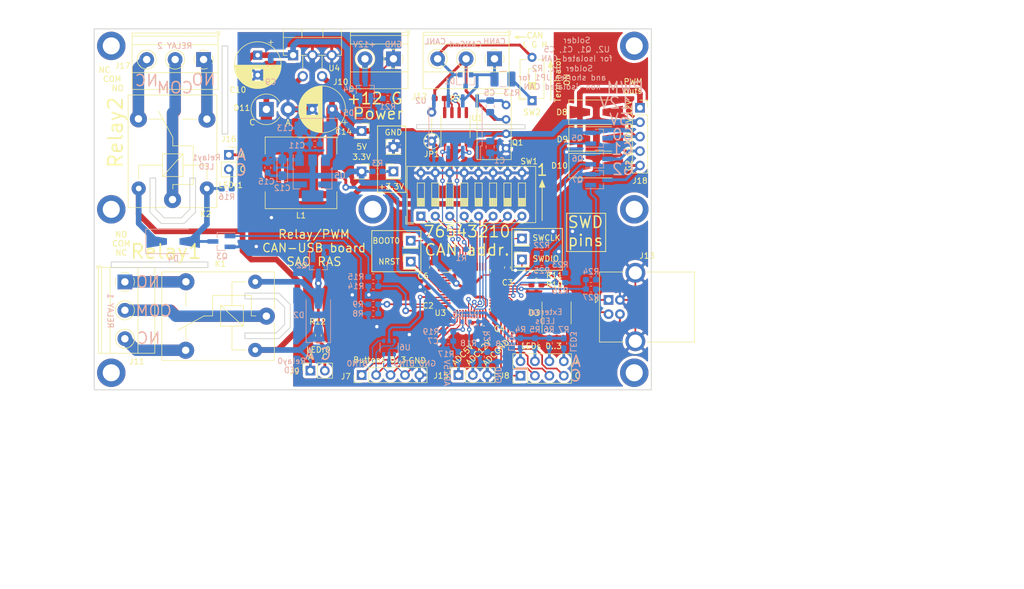
<source format=kicad_pcb>
(kicad_pcb (version 20240108) (generator "pcbnew") (generator_version "8.0")
  (layers (0 "F.Cu" signal) (31 "B.Cu" signal) (34 "B.Paste" user) (35 "F.Paste" user) (36 "B.SilkS" user "B.Silkscreen") (37 "F.SilkS" user "F.Silkscreen") (38 "B.Mask" user) (39 "F.Mask" user) (44 "Edge.Cuts" user))
  (net 0 "")
  (net 1 "GND")
  (net 2 "+3V3")
  (net 3 "+5V")
  (net 4 "/NRST")
  (net 5 "/BOOT0")
  (net 6 "Net-(D3-Pad2)")
  (net 7 "/LED0")
  (net 8 "/LED1")
  (net 9 "/CAN_Tx")
  (net 10 "/CAN_Rx")
  (net 11 "/CANL")
  (net 12 "/CANH")
  (net 13 "Net-(D2-Pad2)")
  (net 14 "Net-(D4-Pad2)")
  (net 15 "/SWDIO")
  (net 16 "/SWCLK")
  (net 17 "Net-(R2-Pad1)")
  (net 18 "Earth")
  (net 19 "Net-(C5-Pad1)")
  (net 20 "/ADC5V")
  (net 21 "/ADC12V")
  (net 22 "/12Vint")
  (net 23 "Net-(D3-Pad7)")
  (net 24 "Net-(D3-Pad6)")
  (net 25 "Net-(D3-Pad3)")
  (net 26 "Net-(D3-Pad1)")
  (net 27 "Net-(D5-Pad2)")
  (net 28 "/G1")
  (net 29 "/G2")
  (net 30 "/G3")
  (net 31 "Net-(D11-Pad1)")
  (net 32 "Net-(J1-Pad1)")
  (net 33 "/BTN1")
  (net 34 "/BTN2")
  (net 35 "/BTN3")
  (net 36 "/BTN4")
  (net 37 "Net-(J8-Pad2)")
  (net 38 "Net-(J8-Pad4)")
  (net 39 "/LED2")
  (net 40 "Net-(J8-Pad6)")
  (net 41 "/LED3")
  (net 42 "Net-(J8-Pad8)")
  (net 43 "Net-(J9-Pad2)")
  (net 44 "Net-(J11-Pad1)")
  (net 45 "Net-(J11-Pad2)")
  (net 46 "Net-(J11-Pad3)")
  (net 47 "Net-(J15-Pad1)")
  (net 48 "Net-(J15-Pad2)")
  (net 49 "Net-(J16-Pad2)")
  (net 50 "Net-(J17-Pad1)")
  (net 51 "Net-(J17-Pad2)")
  (net 52 "Net-(J17-Pad3)")
  (net 53 "Net-(Q2-Pad1)")
  (net 54 "Net-(Q3-Pad1)")
  (net 55 "Net-(Q5-Pad1)")
  (net 56 "Net-(Q6-Pad1)")
  (net 57 "Net-(Q7-Pad1)")
  (net 58 "/Relay1")
  (net 59 "Net-(R10-Pad2)")
  (net 60 "Net-(R11-Pad2)")
  (net 61 "Net-(R13-Pad1)")
  (net 62 "/Relay2")
  (net 63 "/PWM1")
  (net 64 "/PWM2")
  (net 65 "/PWM3")
  (net 66 "/Addr0")
  (net 67 "/Addr1")
  (net 68 "/Addr2")
  (net 69 "/Addr3")
  (net 70 "/Addr4")
  (net 71 "/Addr5")
  (net 72 "/Addr6")
  (net 73 "/Addr7")
  (net 74 "Net-(J10-Pad2)")
  (footprint "Capacitor_SMD:C_0603_1608Metric_Pad1.05x0.95mm_HandSolder" (layer "F.Cu") (at 78.232 89.775 -90)
    (property "Reference" "C2")
    (property "Value" "0.1")
  )
  (footprint "Capacitor_SMD:C_0603_1608Metric_Pad1.05x0.95mm_HandSolder" (layer "F.Cu") (at 78.994 85.457 -90)
    (property "Reference" "C6")
    (property "Value" "0.1")
  )
  (footprint "my_footprints:Hole_3mm" (layer "F.Cu") (at 22.5 104)
    (property "Reference" "P1" (hide yes))
    (property "Value" "Hole" (hide yes))
  )
  (footprint "my_footprints:Hole_3mm" (layer "F.Cu") (at 114.5 104)
    (property "Reference" "P2" (hide yes))
    (property "Value" "Hole" (hide yes))
  )
  (footprint "my_footprints:Hole_3mm" (layer "F.Cu") (at 22.5 46.5)
    (property "Reference" "P4" (hide yes))
    (property "Value" "Hole" (hide yes))
  )
  (footprint "Resistor_SMD:R_0603_1608Metric_Pad1.05x0.95mm_HandSolder" (layer "F.Cu") (at 80.278 55.753 180)
    (property "Reference" "R2")
    (property "Value" "4k7")
  )
  (footprint "Package_QFP:LQFP-48_7x7mm_P0.5mm" (layer "F.Cu") (at 85.602 89.5065)
    (property "Reference" "U3")
    (property "Value" "STM32F072C8Tx")
  )
  (footprint "Resistor_THT:R_Axial_DIN0207_L6.3mm_D2.5mm_P5.08mm_Vertical" (layer "F.Cu") (at 78.867 63.246 90)
    (property "Reference" "JP1")
    (property "Value" "NON-ISOL")
  )
  (footprint "Diode_SMD:D_SMA-SMB_Universal_Handsoldering" (layer "F.Cu") (at 107.823 58.166)
    (property "Reference" "D8")
    (property "Value" "SS14")
  )
  (footprint "Diode_SMD:D_SMA-SMB_Universal_Handsoldering" (layer "F.Cu") (at 107.844 62.865)
    (property "Reference" "D9")
    (property "Value" "SS14")
  )
  (footprint "Diode_SMD:D_SMA-SMB_Universal_Handsoldering" (layer "F.Cu") (at 107.844 67.564)
    (property "Reference" "D10")
    (property "Value" "SS14")
  )
  (footprint "Connector_PinHeader_2.54mm:PinHeader_1x01_P2.54mm_Vertical" (layer "F.Cu") (at 75.184 84.455)
    (property "Reference" "J2" (hide yes))
    (property "Value" "NRST")
  )
  (footprint "Connector_PinHeader_2.54mm:PinHeader_1x01_P2.54mm_Vertical" (layer "F.Cu") (at 94.742 84.074)
    (property "Reference" "J4" (hide yes))
    (property "Value" "SWDIO")
  )
  (footprint "Connector_PinHeader_2.54mm:PinHeader_1x01_P2.54mm_Vertical" (layer "F.Cu") (at 94.742 80.391)
    (property "Reference" "J5" (hide yes))
    (property "Value" "SWCLK")
  )
  (footprint "Connector_PinHeader_2.54mm:PinHeader_1x01_P2.54mm_Vertical" (layer "F.Cu") (at 72.136 64.262)
    (property "Reference" "J6" (hide yes))
    (property "Value" "GND")
  )
  (footprint "Connector_PinHeader_2.54mm:PinHeader_1x05_P2.54mm_Vertical" (layer "F.Cu") (at 66.548 104.394 90)
    (property "Reference" "J7")
    (property "Value" "01x05")
  )
  (footprint "Connector_PinHeader_2.54mm:PinHeader_2x04_P2.54mm_Vertical" (layer "F.Cu") (at 94.488 104.521 90)
    (property "Reference" "J8")
    (property "Value" "Connector_Generic:Conn_02x04_Odd_Even")
  )
  (footprint "Connector_PinSocket_2.54mm:PinSocket_1x02_P2.54mm_Vertical" (layer "F.Cu") (at 57.531 103.632 90)
    (property "Reference" "J9")
    (property "Value" "Conn_01x02_Female")
  )
  (footprint "TerminalBlock_Phoenix:TerminalBlock_Phoenix_MKDS-1,5-3_1x03_P5.00mm_Horizontal" (layer "F.Cu") (at 24.892 88.011 -90)
    (property "Reference" "J11")
    (property "Value" "Screw_Terminal_01x03")
  )
  (footprint "TerminalBlock_Phoenix:TerminalBlock_Phoenix_MKDS-1,5-3_1x03_P5.00mm_Horizontal" (layer "F.Cu") (at 89.916 48.768 180)
    (property "Reference" "J12")
    (property "Value" "Screw_Terminal_01x03")
  )
  (footprint "Connector_PinSocket_2.54mm:PinSocket_1x03_P2.54mm_Vertical" (layer "F.Cu") (at 83.566 104.394 90)
    (property "Reference" "J15")
    (property "Value" "01x03")
  )
  (footprint "Connector_PinSocket_2.54mm:PinSocket_1x02_P2.54mm_Vertical" (layer "F.Cu") (at 43.18 65.659)
    (property "Reference" "J16")
    (property "Value" "Conn_01x02_Female")
  )
  (footprint "TerminalBlock_Phoenix:TerminalBlock_Phoenix_MKDS-1,5-3_1x03_P5.00mm_Horizontal" (layer "F.Cu") (at 38.735 48.895 180)
    (property "Reference" "J17")
    (property "Value" "Screw_Terminal_01x03")
  )
  (footprint "Inductor_SMD:L_12x12mm_H4.5mm" (layer "F.Cu") (at 55.88 68.834 180)
    (property "Reference" "L1")
    (property "Value" "100u")
  )
  (footprint "Resistor_SMD:R_0603_1608Metric_Pad1.05x0.95mm_HandSolder" (layer "F.Cu") (at 97.296 88.519 180)
    (property "Reference" "R10")
    (property "Value" "22")
  )
  (footprint "Resistor_SMD:R_0603_1608Metric_Pad1.05x0.95mm_HandSolder" (layer "F.Cu") (at 97.282 86.868 180)
    (property "Reference" "R11")
    (property "Value" "22")
  )
  (footprint "Resistor_SMD:R_0603_1608Metric_Pad1.05x0.95mm_HandSolder" (layer "F.Cu") (at 58.928 97.423 -90)
    (property "Reference" "R12")
    (property "Value" "2k2")
  )
  (footprint "Button_Switch_THT:SW_DIP_SPSTx08_Slide_9.78x22.5mm_W7.62mm_P2.54mm" (layer "F.Cu") (at 76.962 76.454 90)
    (property "Reference" "SW1")
    (property "Value" "SW_DIP_x08")
  )
  (footprint "Package_SO:SOIC-8_3.9x4.9mm_P1.27mm" (layer "F.Cu") (at 83.058 60.706 90)
    (property "Reference" "U1")
    (property "Value" "MCP2551-I/SN")
  )
  (footprint "TO_SOT_Packages_THT:TO-220-5_P3.4x3.7mm_StaggerEven_Lead3.8mm_Vertical" (layer "F.Cu") (at 54.483 48.133)
    (property "Reference" "U4")
    (property "Value" "LM2576")
  )
  (footprint "Relay_THT:Relay_SPDT_SANYOU_SRD_Series_Form_C" (layer "F.Cu") (at 49.784 94.0435 180)
    (property "Reference" "K1")
    (property "Value" "G5LE-1")
  )
  (footprint "Button_Switch_THT:SW_DIP_SPSTx01_Slide_6.7x4.1mm_W7.62mm_P2.54mm_LowProfile" (layer "F.Cu") (at 96.52 56.134 90)
    (property "Reference" "SW2")
    (property "Value" "SW_DIP_x01")
  )
  (footprint "my_footprints:B0x0xS" (layer "F.Cu") (at 91.948 60.706 90)
    (property "Reference" "Q1")
    (property "Value" "B0505S")
  )
  (footprint "Capacitor_THT:CP_Radial_D8.0mm_P3.50mm" (layer "F.Cu") (at 61.341 57.658 180)
    (property "Reference" "C14")
    (property "Value" "100u 16V")
  )
  (footprint "Capacitor_THT:CP_Radial_D8.0mm_P3.50mm" (layer "F.Cu") (at 48.26 48.133 -90)
    (property "Reference" "C10")
    (property "Value" "100u 16V")
  )
  (footprint "TerminalBlock_Phoenix:TerminalBlock_Phoenix_MKDS-1,5-2_1x02_P5.00mm_Horizontal" (layer "F.Cu") (at 72.136 48.768 180)
    (property "Reference" "J10")
    (property "Value" "Screw_Terminal_01x02")
  )
  (footprint "Diode_THT:D_DO-201_P3.81mm_Vertical_AnodeUp" (layer "F.Cu") (at 49.784 57.658)
    (property "Reference" "D11")
    (property "Value" "1N5822")
  )
  (footprint "Connector_PinSocket_2.54mm:PinSocket_1x01_P2.54mm_Vertical" (layer "F.Cu") (at 66.548 61.468)
    (property "Reference" "TP1" (hide yes))
    (property "Value" "5V")
  )
  (footprint "Capacitor_SMD:C_0603_1608Metric_Pad1.05x0.95mm_HandSolder" (layer "F.Cu") (at 92.202 85.485 90)
    (property "Reference" "C3")
    (property "Value" "0.1")
  )
  (footprint "Connector_PinHeader_2.54mm:PinHeader_1x01_P2.54mm_Vertical" (layer "F.Cu") (at 75.184 80.772)
    (property "Reference" "J3" (hide yes))
    (property "Value" "BOOT0")
  )
  (footprint "Connector_PinSocket_2.54mm:PinSocket_1x01_P2.54mm_Vertical" (layer "F.Cu") (at 66.548 68.58)
    (property "Reference" "TP2" (hide yes))
    (property "Value" "3.3V")
  )
  (footprint "Connector_PinHeader_2.54mm:PinHeader_1x01_P2.54mm_Vertical" (layer "F.Cu") (at 72.136 68.58)
    (property "Reference" "J1" (hide yes))
    (property "Value" "+3.3V")
  )
  (footprint "Relay_THT:Relay_SPDT_SANYOU_SRD_Series_Form_C" (layer "F.Cu") (at 33.274 73.533 90)
    (property "Reference" "K2")
    (property "Value" "G5LE-1")
  )
  (footprint "Package_SO:SOIC-8_3.9x4.9mm_P1.27mm" (layer "F.Cu") (at 100.838 93.472 90)
    (property "Reference" "D3")
    (property "Value" "USB6B1")
  )
  (footprint "Connector_PinSocket_2.54mm:PinSocket_1x05_P2.54mm_Vertical" (layer "F.Cu") (at 115.5 57.38)
    (property "Reference" "J18")
    (property "Value" "01x05")
  )
  (footprint "Connectors_USB:USB_B_OST_USB-B1HSxx_Horizontal" (layer "F.Cu") (at 109.982 91.186)
    (property "Reference" "J13")
    (property "Value" "USB_B")
  )
  (footprint "my_footprints:Hole_3mm" (layer "F.Cu") (at 22.5 75.25)
    (property "Reference" "P6" (hide yes))
    (property "Value" "Hole" (hide yes))
  )
  (footprint "my_footprints:Hole_3mm" (layer "F.Cu") (at 68.5 75.25)
    (property "Reference" "P7" (hide yes))
    (property "Value" "Hole" (hide yes))
  )
  (footprint "my_footprints:Hole_3mm" (layer "F.Cu") (at 114.5 75.25)
    (property "Reference" "P5" (hide yes))
    (property "Value" "Hole" (hide yes))
  )
  (footprint "my_footprints:Hole_3mm" (layer "F.Cu") (at 114.5 46.5)
    (property "Reference" "P3" (hide yes))
    (property "Value" "Hole" (hide yes))
  )
  (footprint "Capacitor_SMD:C_0603_1608Metric_Pad1.05x0.95mm_HandSolder" (layer "F.Cu") (at 88.025 96.266)
    (property "Reference" "C4")
    (property "Value" "0.1")
  )
  (footprint "TO_SOT_Packages_SMD:SOT-23" (layer "B.Cu") (at 84.836 52.578 -90)
    (property "Reference" "D1")
    (property "Value" "PESD1CAN")
  )
  (footprint "Resistor_SMD:R_0603_1608Metric_Pad1.05x0.95mm_HandSolder" (layer "B.Cu") (at 69.342 68.58 180)
    (property "Reference" "R3")
    (property "Value" "22")
  )
  (footprint "Resistor_SMD:R_0603_1608Metric_Pad1.05x0.95mm_HandSolder" (layer "B.Cu") (at 94.488 98.792 -90)
    (property "Reference" "R4")
    (property "Value" "680")
  )
  (footprint "Resistor_SMD:R_0603_1608Metric_Pad1.05x0.95mm_HandSolder" (layer "B.Cu") (at 97.028 98.792 -90)
    (property "Reference" "R5")
    (property "Value" "680")
  )
  (footprint "Resistor_SMD:R_0603_1608Metric_Pad1.05x0.95mm_HandSolder" (layer "B.Cu") (at 99.568 98.792 -90)
    (property "Reference" "R6")
    (property "Value" "680")
  )
  (footprint "Resistor_SMD:R_0603_1608Metric_Pad1.05x0.95mm_HandSolder" (layer "B.Cu") (at 102.108 98.82 -90)
    (property "Reference" "R7")
    (property "Value" "680")
  )
  (footprint "Resistor_SMD:R_0603_1608Metric_Pad1.05x0.95mm_HandSolder" (layer "B.Cu") (at 68.594 93.599)
    (property "Reference" "R8")
    (property "Value" "10k")
  )
  (footprint "Capacitor_SMD:C_0603_1608Metric_Pad1.05x0.95mm_HandSolder" (layer "B.Cu") (at 81.774 98.425 180)
    (property "Reference" "C7")
    (property "Value" "0.1")
  )
  (footprint "Capacitor_SMD:C_0805_2012Metric_Pad1.15x1.40mm_HandSolder" (layer "B.Cu") (at 89.154 64.271 -90)
    (property "Reference" "C1")
    (property "Value" "1")
  )
  (footprint "Capacitor_SMD:C_0603_1608Metric_Pad1.05x0.95mm_HandSolder" (layer "B.Cu") (at 90.424 101.205 -90)
    (property "Reference" "C8")
    (property "Value" "0.1")
  )
  (footprint "Capacitor_SMD:C_0603_1608Metric_Pad1.05x0.95mm_HandSolder" (layer "B.Cu") (at 50.546 49.911 -90)
    (property "Reference" "C9")
    (property "Value" "0.1")
  )
  (footprint "Capacitor_SMD:C_0603_1608Metric_Pad1.05x0.95mm_HandSolder" (layer "B.Cu") (at 58.307 63.754 180)
    (property "Reference" "C11")
    (property "Value" "0.1")
  )
  (footprint "Capacitor_SMD:C_0603_1608Metric_Pad1.05x0.95mm_HandSolder" (layer "B.Cu") (at 50.038 67.931 90)
    (property "Reference" "C15")
    (property "Value" "0.1")
  )
  (footprint "Diode_SMD:D_SMA-SMB_Universal_Handsoldering" (layer "B.Cu") (at 33.401 80.899)
    (property "Reference" "D4")
    (property "Value" "SS14")
  )
  (footprint "Diode_SMD:D_0805_2012Metric_Pad1.15x1.40mm_HandSolder" (layer "B.Cu") (at 67.183 58.293)
    (property "Reference" "D5")
    (property "Value" "MM3Z7V5")
  )
  (footprint "Diode_SMD:D_SOD-523" (layer "B.Cu") (at 83.501 94.996 180)
    (property "Reference" "D6")
    (property "Value" "CESD3v3")
  )
  (footprint "TO_SOT_Packages_SMD:SOT-23_Handsoldering" (layer "B.Cu") (at 58.928 85.114 -90)
    (property "Reference" "Q2")
    (property "Value" "SI2300")
  )
  (footprint "TO_SOT_Packages_SMD:SOT-23_Handsoldering" (layer "B.Cu") (at 41.886 80.899 180)
    (property "Reference" "Q3")
    (property "Value" "SI2300")
  )
  (footprint "TO_SOT_Packages_SMD:SOT-23_Handsoldering" (layer "B.Cu") (at 108.331 62.738)
    (property "Reference" "Q5")
    (property "Value" "SI2300")
  )
  (footprint "TO_SOT_Packages_SMD:SOT-23_Handsoldering" (layer "B.Cu") (at 108.331 66.38925)
    (property "Reference" "Q6")
    (property "Value" "SI2300")
  )
  (footprint "TO_SOT_Packages_SMD:SOT-23_Handsoldering" (layer "B.Cu") (at 108.331 70.0405)
    (property "Reference" "Q7")
    (property "Value" "SI2300")
  )
  (footprint "Resistor_SMD:R_0603_1608Metric_Pad1.05x0.95mm_HandSolder" (layer "B.Cu") (at 84.074 82.296 180)
    (property "Reference" "R1")
    (property "Value" "10k")
  )
  (footprint "Resistor_SMD:R_0603_1608Metric_Pad1.05x0.95mm_HandSolder" (layer "B.Cu") (at 68.594 91.948)
    (property "Reference" "R9")
    (property "Value" "330")
  )
  (footprint "Resistor_SMD:R_1210_3225Metric_Pad1.42x2.65mm_HandSolder" (layer "B.Cu") (at 91.4035 52.324 180)
    (property "Reference" "R13")
    (property "Value" "120")
  )
  (footprint "Resistor_SMD:R_0603_1608Metric_Pad1.05x0.95mm_HandSolder" (layer "B.Cu") (at 68.594 88.773)
    (property "Reference" "R14")
    (property "Value" "10k")
  )
  (footprint "Resistor_SMD:R_0603_1608Metric_Pad1.05x0.95mm_HandSolder" (layer "B.Cu") (at 68.594 87.122)
    (property "Reference" "R15")
    (property "Value" "330")
  )
  (footprint "Resistor_SMD:R_0603_1608Metric_Pad1.05x0.95mm_HandSolder" (layer "B.Cu") (at 83.566 101.205 90)
    (property "Reference" "R17")
    (property "Value" "10k")
  )
  (footprint "Resistor_SMD:R_0603_1608Metric_Pad1.05x0.95mm_HandSolder" (layer "B.Cu") (at 86.106 101.205 90)
    (property "Reference" "R18")
    (property "Value" "47k")
  )
  (footprint "Resistor_SMD:R_0603_1608Metric_Pad1.05x0.95mm_HandSolder" (layer "B.Cu") (at 81.802 96.774)
    (property "Reference" "R19")
    (property "Value" "15k")
  )
  (footprint "Resistor_SMD:R_0603_1608Metric_Pad1.05x0.95mm_HandSolder" (layer "B.Cu") (at 88.646 101.219 90)
    (property "Reference" "R20")
    (property "Value" "15k")
  )
  (footprint "Resistor_SMD:R_0603_1608Metric_Pad1.05x0.95mm_HandSolder" (layer "B.Cu") (at 98.23 82.9945 180)
    (property "Reference" "R22")
    (property "Value" "330")
  )
  (footprint "Resistor_SMD:R_0603_1608Metric_Pad1.05x0.95mm_HandSolder" (layer "B.Cu") (at 101.473 86.4235 180)
    (property "Reference" "R23")
    (property "Value" "330")
  )
  (footprint "Resistor_SMD:R_0603_1608Metric_Pad1.05x0.95mm_HandSolder" (layer "B.Cu") (at 106.8845 87.63 180)
    (property "Reference" "R24")
    (property "Value" "330")
  )
  (footprint "Resistor_SMD:R_0603_1608Metric_Pad1.05x0.95mm_HandSolder" (layer "B.Cu") (at 98.23 84.614)
    (property "Reference" "R25")
    (property "Value" "10k")
  )
  (footprint "Resistor_SMD:R_0603_1608Metric_Pad1.05x0.95mm_HandSolder" (layer "B.Cu") (at 101.473 88.138)
    (property "Reference" "R26")
    (property "Value" "10k")
  )
  (footprint "Resistor_SMD:R_0603_1608Metric_Pad1.05x0.95mm_HandSolder" (layer "B.Cu") (at 106.8845 89.281)
    (property "Reference" "R27")
    (property "Value" "10k")
  )
  (footprint "Package_SO:SOP-8_6.62x9.15mm_P2.54mm" (layer "B.Cu") (at 83.058 60.706 90)
    (property "Reference" "U2")
    (property "Value" "ISO1050DUB")
  )
  (footprint "TO_SOT_Packages_SMD:SOT-223-3_TabPin2" (layer "B.Cu") (at 57.912 69.748 -90)
    (property "Reference" "U5")
    (property "Value" "LM1117-3.3")
  )
  (footprint "Capacitor_SMD:C_0805_2012Metric_Pad1.15x1.40mm_HandSolder" (layer "B.Cu") (at 89.154 57.141 -90)
    (property "Reference" "C5")
    (property "Value" "1")
  )
  (footprint "Resistor_SMD:R_0603_1608Metric_Pad1.05x0.95mm_HandSolder" (layer "B.Cu") (at 71.134 55.753)
    (property "Reference" "R21")
    (property "Value" "10k")
  )
  (footprint "TO_SOT_Packages_SMD:SOT-23_Handsoldering" (layer "B.Cu") (at 67.183 54.205 90)
    (property "Reference" "Q4")
    (property "Value" "AO3407")
  )
  (footprint "Capacitor_Tantalum_SMD:CP_EIA-6032-28_Kemet-C_Pad2.25x2.35mm_HandSolder" (layer "B.Cu") (at 58.42 60.96 180)
    (property "Reference" "C13")
    (property "Value" "47u 10V")
  )
  (footprint "Package_SO:TSOP-6_1.65x3.05mm_P0.95mm" (layer "B.Cu") (at 71.374 99.551 90)
    (property "Reference" "U6")
    (property "Value" "IP4220CZ6")
  )
  (footprint "Diode_SMD:D_SMA-SMB_Universal_Handsoldering" (layer "B.Cu") (at 58.928 93.832 90)
    (property "Reference" "D2")
    (property "Value" "SS14")
  )
  (footprint "Resistor_SMD:R_0603_1608Metric_Pad1.05x0.95mm_HandSolder" (layer "B.Cu") (at 42.813 71.628)
    (property "Reference" "R16")
    (property "Value" "2k2")
  )
  (footprint "Diode_SMD:D_SOD-523" (layer "B.Cu") (at 86.298 94.996)
    (property "Reference" "D7")
    (property "Value" "CESD3v3")
  )
  (footprint "Capacitor_Tantalum_SMD:CP_EIA-3216-18_Kemet-A_Pad1.58x1.35mm_HandSolder" (layer "B.Cu") (at 52.578 67.9045 90)
    (property "Reference" "C12")
    (property "Value" "47u 6V")
  )
  (gr_line (start 94.234 45.212) (end 93.472 44.958) (stroke (width 0.15)) (layer "F.SilkS"))
  (gr_line (start 98.298 70.104) (end 98.298 77.216) (stroke (width 0.15)) (layer "F.SilkS"))
  (gr_poly (pts (xy 98.806 71.374) (xy 97.79 71.374) (xy 98.298 70.104)) (stroke (width 0.1)) (fill solid) (layer "F.SilkS"))
  (gr_line (start 69.342 72.263) (end 69.342 60.579) (stroke (width 0.15)) (layer "F.SilkS"))
  (gr_line (start 101.854 78.613) (end 92.964 78.613) (stroke (width 0.15)) (layer "F.SilkS"))
  (gr_line (start 68.326 78.994) (end 76.962 78.994) (stroke (width 0.15)) (layer "F.SilkS"))
  (gr_line (start 102.616 82.677) (end 102.616 75.946) (stroke (width 0.15)) (layer "F.SilkS"))
  (gr_line (start 109.474 82.677) (end 102.616 82.677) (stroke (width 0.15)) (layer "F.SilkS"))
  (gr_line (start 76.962 78.994) (end 76.962 86.233) (stroke (width 0.15)) (layer "F.SilkS"))
  (gr_line (start 101.854 85.979) (end 101.854 78.613) (stroke (width 0.15)) (layer "F.SilkS"))
  (gr_line (start 76.962 86.233) (end 68.326 86.233) (stroke (width 0.15)) (layer "F.SilkS"))
  (gr_line (start 93.472 44.958) (end 94.234 44.704) (stroke (width 0.15)) (layer "F.SilkS"))
  (gr_line (start 74.295 72.263) (end 69.342 72.263) (stroke (width 0.15)) (layer "F.SilkS"))
  (gr_line (start 68.326 86.233) (end 68.326 78.994) (stroke (width 0.15)) (layer "F.SilkS"))
  (gr_line (start 92.964 78.613) (end 92.964 85.979) (stroke (width 0.15)) (layer "F.SilkS"))
  (gr_line (start 99.822 49.022) (end 99.822 56.134) (stroke (width 0.15)) (layer "F.SilkS"))
  (gr_line (start 92.964 85.979) (end 101.854 85.979) (stroke (width 0.15)) (layer "F.SilkS"))
  (gr_line (start 102.616 75.946) (end 109.474 75.946) (stroke (width 0.15)) (layer "F.SilkS"))
  (gr_line (start 109.474 75.946) (end 109.474 82.677) (stroke (width 0.15)) (layer "F.SilkS"))
  (gr_line (start 69.342 60.579) (end 74.295 60.579) (stroke (width 0.15)) (layer "F.SilkS"))
  (gr_line (start 74.295 60.579) (end 74.295 72.263) (stroke (width 0.15)) (layer "F.SilkS"))
  (gr_line (start 93.472 44.958) (end 95.504 44.958) (stroke (width 0.15)) (layer "F.SilkS"))
  (gr_poly (pts (xy 100.33 50.292) (xy 99.314 50.292) (xy 99.822 49.022)) (stroke (width 0.1)) (fill solid) (layer "F.SilkS"))
  (gr_line (start 76.2 61.1) (end 76.2 60.35) (stroke (width 0.15)) (layer "Edge.Cuts"))
  (gr_line (start 43 46.5) (end 42 46.5) (stroke (width 0.15)) (layer "Edge.Cuts"))
  (gr_line (start 22.5 84.5) (end 22.5 85.5) (stroke (width 0.15)) (layer "Edge.Cuts"))
  (gr_line (start 52 98) (end 50.5 98) (stroke (width 0.15)) (layer "Edge.Cuts"))
  (gr_line (start 51.5 91) (end 50 91) (stroke (width 0.15)) (layer "Edge.Cuts"))
  (gr_line (start 31.3175 77.749) (end 29.3175 75.749) (stroke (width 0.15)) (layer "Edge.Cuts"))
  (gr_line (start 30.3175 69.749) (end 30.3175 73.749) (stroke (width 0.15)) (layer "Edge.Cuts"))
  (gr_line (start 29.3175 75.749) (end 29.3175 74.249) (stroke (width 0.15)) (layer "Edge.Cuts"))
  (gr_line (start 30.3175 73.749) (end 30.3175 75.249) (stroke (width 0.15)) (layer "Edge.Cuts"))
  (gr_line (start 37.3175 74.249) (end 37.3175 75.749) (stroke (width 0.15)) (layer "Edge.Cuts"))
  (gr_line (start 34.8175 76.749) (end 36.3175 75.249) (stroke (width 0.15)) (layer "Edge.Cuts"))
  (gr_line (start 29.3175 69.749) (end 30.3175 69.749) (stroke (width 0.15)) (layer "Edge.Cuts"))
  (gr_line (start 37.3175 69.749) (end 37.3175 74.249) (stroke (width 0.15)) (layer "Edge.Cuts"))
  (gr_line (start 36.3175 69.749) (end 36.3175 73.749) (stroke (width 0.15)) (layer "Edge.Cuts"))
  (gr_line (start 37.3175 75.749) (end 35.3175 77.749) (stroke (width 0.15)) (layer "Edge.Cuts"))
  (gr_line (start 37.3175 69.749) (end 36.3175 69.749) (stroke (width 0.15)) (layer "Edge.Cuts"))
  (gr_line (start 31.8175 76.749) (end 34.8175 76.749) (stroke (width 0.15)) (layer "Edge.Cuts"))
  (gr_line (start 35.3175 77.749) (end 31.3175 77.749) (stroke (width 0.15)) (layer "Edge.Cuts"))
  (gr_line (start 36.3175 75.249) (end 36.3175 73.749) (stroke (width 0.15)) (layer "Edge.Cuts"))
  (gr_line (start 30.3175 75.249) (end 31.8175 76.749) (stroke (width 0.15)) (layer "Edge.Cuts"))
  (gr_line (start 29.3175 69.749) (end 29.3175 74.249) (stroke (width 0.15)) (layer "Edge.Cuts"))
  (gr_line (start 117.5 43.5) (end 19.5 43.5) (stroke (width 0.15)) (layer "Edge.Cuts"))
  (gr_line (start 19.5 43.5) (end 19.5 107) (stroke (width 0.15)) (layer "Edge.Cuts"))
  (gr_line (start 53 92.5) (end 51.5 91) (stroke (width 0.15)) (layer "Edge.Cuts"))
  (gr_line (start 46 98) (end 50.5 98) (stroke (width 0.15)) (layer "Edge.Cuts"))
  (gr_line (start 117.5 107) (end 117.5 43.5) (stroke (width 0.15)) (layer "Edge.Cuts"))
  (gr_line (start 43 62) (end 43 46.5) (stroke (width 0.15)) (layer "Edge.Cuts"))
  (gr_line (start 46 97) (end 50 97) (stroke (width 0.15)) (layer "Edge.Cuts"))
  (gr_line (start 50.5 90) (end 52 90) (stroke (width 0.15)) (layer "Edge.Cuts"))
  (gr_line (start 95.3 60.35) (end 95.3 61.1) (stroke (width 0.15)) (layer "Edge.Cuts"))
  (gr_line (start 42 46.5) (end 42 62) (stroke (width 0.15)) (layer "Edge.Cuts"))
  (gr_line (start 46 90) (end 46 91) (stroke (width 0.15)) (layer "Edge.Cuts"))
  (gr_line (start 39.5 84.5) (end 22.5 84.5) (stroke (width 0.15)) (layer "Edge.Cuts"))
  (gr_line (start 95.3 61.1) (end 76.2 61.1) (stroke (width 0.15)) (layer "Edge.Cuts"))
  (gr_line (start 42 62) (end 43 62) (stroke (width 0.15)) (layer "Edge.Cuts"))
  (gr_line (start 22.5 85.5) (end 39.5 85.5) (stroke (width 0.15)) (layer "Edge.Cuts"))
  (gr_line (start 46 91) (end 50 91) (stroke (width 0.15)) (layer "Edge.Cuts"))
  (gr_line (start 52 90) (end 54 92) (stroke (width 0.15)) (layer "Edge.Cuts"))
  (gr_line (start 50 97) (end 51.5 97) (stroke (width 0.15)) (layer "Edge.Cuts"))
  (gr_line (start 46 90) (end 50.5 90) (stroke (width 0.15)) (layer "Edge.Cuts"))
  (gr_line (start 39.5 85.5) (end 39.5 84.5) (stroke (width 0.15)) (layer "Edge.Cuts"))
  (gr_line (start 51.5 97) (end 53 95.5) (stroke (width 0.15)) (layer "Edge.Cuts"))
  (gr_line (start 76.2 60.35) (end 95.3 60.35) (stroke (width 0.15)) (layer "Edge.Cuts"))
  (gr_line (start 46 98) (end 46 97) (stroke (width 0.15)) (layer "Edge.Cuts"))
  (gr_line (start 53 95.5) (end 53 92.5) (stroke (width 0.15)) (layer "Edge.Cuts"))
  (gr_line (start 54 92) (end 54 96) (stroke (width 0.15)) (layer "Edge.Cuts"))
  (gr_line (start 19.5 107) (end 117.5 107) (stroke (width 0.15)) (layer "Edge.Cuts"))
  (gr_line (start 54 96) (end 52 98) (stroke (width 0.15)) (layer "Edge.Cuts"))
  (gr_text "COM" (at 29.972 93.091 0) (layer "B.SilkS") (effects (font (size 2 2) (thickness 0.25)) (justify mirror)))
  (gr_text "NC" (at 29.083 97.917 0) (layer "B.SilkS") (effects (font (size 2 2) (thickness 0.25)) (justify mirror)))
  (gr_text "NO" (at 28.956 88.011 0) (layer "B.SilkS") (effects (font (size 2 2) (thickness 0.25)) (justify mirror)))
  (gr_text "G0" (at 112.522 62.103 0) (layer "B.SilkS") (effects (font (size 2 2) (thickness 0.25)) (justify mirror)))
  (gr_text "G1" (at 112.395 64.643 0) (layer "B.SilkS") (effects (font (size 2 2) (thickness 0.25)) (justify mirror)))
  (gr_text "G2" (at 112.522 68.199 0) (layer "B.SilkS") (effects (font (size 2 2) (thickness 0.25)) (justify mirror)))
  (gr_text "RELAY 1" (at 22.352 93.091 270) (layer "B.SilkS") (effects (font (size 1 1)) (justify mirror)))
  (gr_text "Solder U1, R2\nand shorten JP1 for\nnon-isolated CAN" (at 101.854 52.07 0) (layer "B.SilkS") (effects (font (size 1 1)) (justify mirror)))
  (gr_text "C" (at 104.267 104.521 0) (layer "B.SilkS") (effects (font (size 2 2) (thickness 0.25)) (justify mirror)))
  (gr_text "LED3" (at 103.759 98.552 -90) (layer "B.SilkS") (effects (font (size 1 1)) (justify mirror)))
  (gr_text "BTN3" (at 74.041 102.362 0) (layer "B.SilkS") (effects (font (size 1 1)) (justify mirror)))
  (gr_text "GND" (at 78.105 102.362 0) (layer "B.SilkS") (effects (font (size 1 1)) (justify mirror)))
  (gr_text "A" (at 57.404 100.711 0) (layer "B.SilkS") (effects (font (size 2 2) (thickness 0.25)) (justify mirror)))
  (gr_text "C" (at 60.198 100.711 0) (layer "B.SilkS") (effects (font (size 2 2) (thickness 0.25)) (justify mirror)))
  (gr_text "C" (at 45.339 68.326 0) (layer "B.SilkS") (effects (font (size 2 2) (thickness 0.25)) (justify mirror)))
  (gr_text "A" (at 45.339 65.659 0) (layer "B.SilkS") (effects (font (size 2 2) (thickness 0.25)) (justify mirror)))
  (gr_text "Relay1\nLED" (at 39.243 66.929 0) (layer "B.SilkS") (effects (font (size 1 1)) (justify mirror)))
  (gr_text "RELAY 2" (at 33.655 46.482 0) (layer "B.SilkS") (effects (font (size 1 1)) (justify mirror)))
  (gr_text "PWM" (at 112.903 53.848 0) (layer "B.SilkS") (effects (font (size 2 2) (thickness 0.25)) (justify mirror)))
  (gr_text "+12V" (at 67.056 46.228 0) (layer "B.SilkS") (effects (font (size 1 1)) (justify mirror)))
  (gr_text "CANH" (at 89.916 45.72 0) (layer "B.SilkS") (effects (font (size 1 1)) (justify mirror)))
  (gr_text "GND" (at 90.551 104.394 270) (layer "B.SilkS") (effects (font (size 1 1)) (justify mirror)))
  (gr_text "12V" (at 111.125 56.515 0) (layer "B.SilkS") (effects (font (size 2 2) (thickness 0.25)) (justify mirror)))
  (gr_text "CANL" (at 79.502 45.72 0) (layer "B.SilkS") (effects (font (size 1 1)) (justify mirror)))
  (gr_text "CANGnd" (at 84.836 46.228 0) (layer "B.SilkS") (effects (font (size 1 1)) (justify mirror)))
  (gr_text "COM" (at 33.7185 53.848 0) (layer "B.SilkS") (effects (font (size 2 2) (thickness 0.25)) (justify mirror)))
  (gr_text "5V" (at 111.887 59.436 0) (layer "B.SilkS") (effects (font (size 2 2) (thickness 0.25)) (justify mirror)))
  (gr_text "A" (at 104.267 101.981 0) (layer "B.SilkS") (effects (font (size 2 2) (thickness 0.25)) (justify mirror)))
  (gr_text "NC" (at 28.702 52.578 0) (layer "B.SilkS") (effects (font (size 2 2) (thickness 0.25)) (justify mirror)))
  (gr_text "NO" (at 38.735 52.451 0) (layer "B.SilkS") (effects (font (size 2 2) (thickness 0.25)) (justify mirror)))
  (gr_text "ADC5V" (at 81.534 104.013 -90) (layer "B.SilkS") (effects (font (size 1 1)) (justify mirror)))
  (gr_text "LED0" (at 92.837 98.425 -90) (layer "B.SilkS") (effects (font (size 1 1)) (justify mirror)))
  (gr_text "BTN0" (at 65.786 102.362 0) (layer "B.SilkS") (effects (font (size 1 1)) (justify mirror)))
  (gr_text "Solder\nU2, Q1, C1, C5\nfor Isolated CAN" (at 104.394 47.117 0) (layer "B.SilkS") (effects (font (size 1 1)) (justify mirror)))
  (gr_text "External\nLEDs" (at 98.806 94.107 0) (layer "B.SilkS") (effects (font (size 1 1)) (justify mirror)))
  (gr_text "Relay0\nLED" (at 54.229 102.743 0) (layer "B.SilkS") (effects (font (size 1 1)) (justify mirror)))
  (gr_text "GND" (at 72.136 46.228 0) (layer "B.SilkS") (effects (font (size 1 1)) (justify mirror)))
  (gr_text "Relay2" (at 23.241 61.722 90) (layer "F.SilkS") (effects (font (size 2.5 2.5) (thickness 0.3))))
  (gr_text "+12 G" (at 68.834 55.753 0) (layer "F.SilkS") (effects (font (size 2 2) (thickness 0.25))))
  (gr_text "G2" (at 113.538 67.564 90) (layer "F.SilkS") (effects (font (size 1 1))))
  (gr_text "LEDr1" (at 43.5 70.993 0) (layer "F.SilkS") (effects (font (size 1 1))))
  (gr_text "Power" (at 69.469 58.42 0) (layer "F.SilkS") (effects (font (size 2 2) (thickness 0.25))))
  (gr_text "NO\nCOM\nNC" (at 24.257 81.28 0) (layer "F.SilkS") (effects (font (size 1 1))))
  (gr_text "76543210\nCAN addr." (at 85.09 80.772 0) (layer "F.SilkS") (effects (font (size 2 2) (thickness 0.25))))
  (gr_text "C" (at 45.593 68.199 0) (layer "F.SilkS") (effects (font (size 1 1))))
  (gr_text "C" (at 104.521 104.521 0) (layer "F.SilkS") (effects (font (size 1 1))))
  (gr_text "CAN\nL G H" (at 97.028 45.466 0) (layer "F.SilkS") (effects (font (size 1 1))))
  (gr_text "C" (at 47.284 59.958 0) (layer "F.SilkS") (effects (font (size 1 1))))
  (gr_text "GND" (at 76.327 101.854 0) (layer "F.SilkS") (effects (font (size 1 1))))
  (gr_text "Buttons 0..3" (at 69.723 101.727 0) (layer "F.SilkS") (effects (font (size 1 1))))
  (gr_text "ADC5V" (at 84.328 100.838 45) (layer "F.SilkS") (effects (font (size 1 1))))
  (gr_text "G1" (at 113.538 65.024 90) (layer "F.SilkS") (effects (font (size 1 1))))
  (gr_text "A" (at 104.521 101.981 0) (layer "F.SilkS") (effects (font (size 1 1))))
  (gr_text "SWD\npins" (at 105.918 79.121 0) (layer "F.SilkS") (effects (font (size 2 2) (thickness 0.25))))
  (gr_text "1" (at 98.298 68.326 0) (layer "F.SilkS") (effects (font (size 2 2) (thickness 0.25))))
  (gr_text "ADC12V" (at 87.122 100.457 45) (layer "F.SilkS") (effects (font (size 1 1))))
  (gr_text "A" (at 57.531 101.219 0) (layer "F.SilkS") (effects (font (size 1 1))))
  (gr_text "12V" (at 113.538 57.404 90) (layer "F.SilkS") (effects (font (size 1 1))))
  (gr_text "G0" (at 113.538 62.611 90) (layer "F.SilkS") (effects (font (size 1 1))))
  (gr_text "LEDr0" (at 58.928 99.949 0) (layer "F.SilkS") (effects (font (size 1 1))))
  (gr_text "ADCGND" (at 90.17 100.457 45) (layer "F.SilkS") (effects (font (size 1 1))))
  (gr_text "C" (at 60.071 101.219 0) (layer "F.SilkS") (effects (font (size 1 1))))
  (gr_text "LEDs 0..3" (at 98.171 99.314 0) (layer "F.SilkS") (effects (font (size 1 1))))
  (gr_text "NC\n COM\n   NO" (at 20.193 52.324 0) (layer "F.SilkS") (effects (font (size 1 1)) (justify left)))
  (gr_text "A" (at 45.593 65.532 0) (layer "F.SilkS") (effects (font (size 1 1))))
  (gr_text "Terminator\nON" (at 101.854 52.451 90) (layer "F.SilkS") (effects (font (size 1 1))))
  (gr_text "Relay/PWM\nCAN-USB board\nSAO RAS" (at 58.166 82.042 0) (layer "F.SilkS") (effects (font (size 1.5 1.5) (thickness 0.2))))
  (gr_text "5V" (at 113.538 60.071 90) (layer "F.SilkS") (effects (font (size 1 1))))
  (gr_text "Relay1" (at 32.131 82.677 0) (layer "F.SilkS") (effects (font (size 2.5 2.5) (thickness 0.3))))
  (gr_text "PWM\nouts" (at 114.3 53.594 0) (layer "F.SilkS") (effects (font (size 1 1))))
  (segment (start 72.644 83.439) (end 72.644 86.868) (width 0.2) (layer "F.Cu") (net 1))
  (segment (start 77.978 82.55) (end 73.533 82.55) (width 0.2) (layer "F.Cu") (net 1))
  (segment (start 82.931 83.312) (end 81.788 83.312) (width 0.2) (layer "F.Cu") (net 1))
  (segment (start 80.518 84.582) (end 81.788 83.312) (width 0.2) (layer "F.Cu") (net 1))
  (segment (start 113.665 91.186) (end 111.982 91.186) (width 0.3) (layer "F.Cu") (net 1))
  (segment (start 94.742 66.929) (end 94.742 68.834) (width 0.3) (layer "F.Cu") (net 1))
  (segment (start 48.768 51.633) (end 52.761 51.633) (width 1) (layer "F.Cu") (net 1))
  (segment (start 87.852 93.669) (end 87.852 94.774) (width 0.2) (layer "F.Cu") (net 1))
  (segment (start 81.4395 90.2565) (end 80.2235 90.2565) (width 0.2) (layer "F.Cu") (net 1))
  (segment (start 114.692 90.159) (end 113.665 91.186) (width 0.3) (layer "F.Cu") (net 1))
  (segment (start 67.818 90.297) (end 73.279 90.297) (width 0.3) (layer "F.Cu") (net 1))
  (segment (start 83.352 85.344) (end 83.352 83.733) (width 0.2) (layer "F.Cu") (net 1))
  (segment (start 87.15 95.476) (end 87.15 96.266) (width 0.2) (layer "F.Cu") (net 1))
  (segment (start 82.423 63.181) (end 82.423 68.453) (width 0.2) (layer "F.Cu") (net 1))
  (segment (start 102.743 95.947) (end 107.631 95.947) (width 0.3) (layer "F.Cu") (net 1))
  (segment (start 96.52 65.151) (end 94.742 66.929) (width 0.3) (layer "F.Cu") (net 1))
  (segment (start 72.644 86.868) (end 74.676 88.9) (width 0.2) (layer "F.Cu") (net 1))
  (segment (start 102.743 90.997) (end 104.775 88.965) (width 0.2) (layer "F.Cu") (net 1))
  (segment (start 100.203 81.661) (end 101.219 82.677) (width 0.2) (layer "F.Cu") (net 1))
  (segment (start 67.818 90.297) (end 64.897 90.297) (width 0.5) (layer "F.Cu") (net 1))
  (segment (start 111.982 91.186) (end 111.982 87.598) (width 0.3) (layer "F.Cu") (net 1))
  (segment (start 87.852 94.774) (end 87.15 95.476) (width 0.2) (layer "F.Cu") (net 1))
  (segment (start 78.994 84.582) (end 80.518 84.582) (width 0.2) (layer "F.Cu") (net 1))
  (segment (start 73.533 82.55) (end 72.644 83.439) (width 0.2) (layer "F.Cu") (net 1))
  (segment (start 114.3 91.821) (end 113.665 91.186) (width 0.3) (layer "F.Cu") (net 1))
  (segment (start 104.775 85.979) (end 104.775 84.836) (width 0.2) (layer "F.Cu") (net 1))
  (segment (start 76.454 88.9) (end 76.835 88.9) (width 0.2) (layer "F.Cu") (net 1))
  (segment (start 73.279 90.297) (end 74.676 88.9) (width 0.3) (layer "F.Cu") (net 1))
  (segment (start 108.077 96.393) (end 112.776 96.393) (width 0.3) (layer "F.Cu") (net 1))
  (segment (start 64.897 81.661) (end 64.897 90.297) (width 0.3) (layer "F.Cu") (net 1))
  (segment (start 112.776 96.393) (end 114.3 94.869) (width 0.3) (layer "F.Cu") (net 1))
  (segment (start 114.692 98.456) (end 114.692 95.261) (width 0.3) (layer "F.Cu") (net 1))
  (segment (start 104.775 88.965) (end 104.775 85.979) (width 0.2) (layer "F.Cu") (net 1))
  (segment (start 74.676 88.9) (end 76.454 88.9) (width 0.3) (layer "F.Cu") (net 1))
  (segment (start 92.202 86.36) (end 93.215206 86.36) (width 0.2) (layer "F.Cu") (net 1))
  (segment (start 48.006 81.788) (end 50.673 79.121) (width 0.5) (layer "F.Cu") (net 1))
  (segment (start 100.203 79.121) (end 100.203 81.661) (width 0.2) (layer "F.Cu") (net 1))
  (segment (start 114.692 86.416) (end 114.692 90.159) (width 0.3) (layer "F.Cu") (net 1))
  (segment (start 87.15 96.266) (end 87.15 98.149) (width 0.3) (layer "F.Cu") (net 1))
  (segment (start 76.454 88.9) (end 78.232 88.9) (width 0.3) (layer "F.Cu") (net 1))
  (segment (start 69.342 51.562) (end 72.136 48.768) (width 0.3) (layer "F.Cu") (net 1))
  (segment (start 50.673 76.708) (end 59.944 76.708) (width 0.3) (layer "F.Cu") (net 1))
  (segment (start 59.944 76.708) (end 64.897 81.661) (width 0.3) (layer "F.Cu") (net 1))
  (segment (start 102.616 82.677) (end 101.219 82.677) (width 0.2) (layer "F.Cu") (net 1))
  (segment (start 54.539 49.855) (end 57.841 49.855) (width 0.5) (layer "F.Cu") (net 1))
  (segment (start 111.982 87.598) (end 110.363 85.979) (width 0.3) (layer "F.Cu") (net 1))
  (segment (start 87.15 98.149) (end 86.998 98.301) (width 0.3) (layer "F.Cu") (net 1))
  (segment (start 61.283 49.98) (end 62.865 51.562) (width 0.3) (layer "F.Cu") (net 1))
  (segment (start 91.3055 87.2565) (end 92.202 86.36) (width 0.2) (layer "F.Cu") (net 1))
  (segment (start 57.841 49.855) (end 57.841 48.175) (width 0.5) (layer "F.Cu") (net 1))
  (segment (start 52.761 51.633) (end 54.539 49.855) (width 0.5) (layer "F.Cu") (net 1))
  (segment (start 69.215 95.885) (end 73.533 95.885) (width 0.3) (layer "F.Cu") (net 1))
  (segment (start 78.994 84.582) (end 78.994 83.566) (width 0.2) (layer "F.Cu") (net 1))
  (segment (start 107.631 95.947) (end 108.077 96.393) (width 0.3) (layer "F.Cu") (net 1))
  (segment (start 114.3 94.869) (end 114.3 91.821) (width 0.3) (layer "F.Cu") (net 1))
  (segment (start 62.865 51.562) (end 69.342 51.562) (width 0.3) (layer "F.Cu") (net 1))
  (segment (start 89.7645 87.2565) (end 91.3055 87.2565) (width 0.2) (layer "F.Cu") (net 1))
  (segment (start 100.203 79.121) (end 103.632 79.121) (width 0.2) (layer "F.Cu") (net 1))
  (segment (start 61.283 48.133) (end 61.283 49.98) (width 0.3) (layer "F.Cu") (net 1))
  (segment (start 80.2235 90.2565) (end 78.867 88.9) (width 0.2) (layer "F.Cu") (net 1))
  (segment (start 114.692 95.261) (end 114.3 94.869) (width 0.3) (layer "F.Cu") (net 1))
  (segment (start 104.775 84.836) (end 102.616 82.677) (width 0.2) (layer "F.Cu") (net 1))
  (segment (start 110.363 85.979) (end 104.775 85.979) (width 0.3) (layer "F.Cu") (net 1))
  (segment (start 86.642 95.758) (end 87.15 96.266) (width 0.2) (layer "F.Cu") (net 1))
  (segment (start 78.994 83.566) (end 77.978 82.55) (width 0.2) (layer "F.Cu") (net 1))
  (segment (start 82.423 68.453) (end 82.042 68.834) (width 0.2) (layer "F.Cu") (net 1))
  (segment (start 102.616 65.151) (end 96.52 65.151) (width 0.3) (layer "F.Cu") (net 1))
  (segment (start 50.673 79.121) (end 50.673 76.708) (width 0.5) (layer "F.Cu") (net 1))
  (segment (start 93.215206 86.36) (end 93.597603 85.977603) (width 0.2) (layer "F.Cu") (net 1))
  (segment (start 78.867 88.9) (end 78.232 88.9) (width 0.2) (layer "F.Cu") (net 1))
  (segment (start 57.841 57.658) (end 57.841 49.855) (width 0.5) (layer "F.Cu") (net 1))
  (segment (start 83.352 83.733) (end 82.931 83.312) (width 0.2) (layer "F.Cu") (net 1))
  (segment (start 53.594 57.658) (end 57.841 57.658) (width 1) (layer "F.Cu") (net 1))
  (segment (start 73.533 95.885) (end 74.93 97.282) (width 0.3) (layer "F.Cu") (net 1))
  (via (at 76.835 88.9) (size 1.2) (drill 0.6) (layers "F.Cu" "B.Cu") (net 1))
  (via (at 100.203 79.121) (size 1.2) (drill 0.6) (layers "F.Cu" "B.Cu") (net 1))
  (via (at 102.616 65.151) (size 1.2) (drill 0.6) (layers "F.Cu" "B.Cu") (net 1))
  (via (at 67.818 90.297) (size 1.2) (drill 0.6) (layers "F.Cu" "B.Cu") (net 1))
  (via (at 86.998 98.301) (size 1.2) (drill 0.6) (layers "F.Cu" "B.Cu") (net 1))
  (via (at 64.897 90.297) (size 1.2) (drill 0.6) (layers "F.Cu" "B.Cu") (net 1))
  (via (at 103.632 79.121) (size 1.2) (drill 0.6) (layers "F.Cu" "B.Cu") (net 1))
  (via (at 93.597603 85.977603) (size 1.2) (drill 0.6) (layers "F.Cu" "B.Cu") (net 1))
  (via (at 48.006 81.788) (size 1.2) (drill 0.6) (layers "F.Cu" "B.Cu") (net 1))
  (via (at 69.215 95.885) (size 1.2) (drill 0.6) (layers "F.Cu" "B.Cu") (net 1))
  (via (at 50.673 76.708) (size 1.2) (drill 0.6) (layers "F.Cu" "B.Cu") (net 1))
  (via (at 101.219 82.677) (size 1.2) (drill 0.6) (layers "F.Cu" "B.Cu") (net 1))
  (via (at 81.788 83.312) (size 1.2) (drill 0.6) (layers "F.Cu" "B.Cu") (net 1))
  (via (at 74.93 97.282) (size 1.2) (drill 0.6) (layers "F.Cu" "B.Cu") (net 1))
  (segment (start 91.948 101.6) (end 91.468 102.08) (width 0.3) (layer "B.Cu") (net 1))
  (segment (start 102.348 88.138) (end 103.251 88.138) (width 0.2) (layer "B.Cu") (net 1))
  (segment (start 72.644 64.262) (end 73.66 63.246) (width 0.5) (layer "B.Cu") (net 1))
  (segment (start 86.998 98.301) (end 87.376 98.679) (width 0.3) (layer "B.Cu") (net 1))
  (segment (start 106.831 65.43925) (end 102.90425 65.43925) (width 0.3) (layer "B.Cu") (net 1))
  (segment (start 80.927 98.397) (end 80.899 98.425) (width 0.3) (layer "B.Cu") (net 1))
  (segment (start 91.44 98.679) (end 91.948 99.187) (width 0.3) (layer "B.Cu") (net 1))
  (segment (start 92.329 84.709) (end 92.329 83.312) (width 0.2) (layer "B.Cu") (net 1))
  (segment (start 100.298 84.614) (end 101.219 83.693) (width 0.2) (layer "B.Cu") (net 1))
  (segment (start 86.998 94.996) (end 86.998 98.301) (width 0.3) (layer "B.Cu") (net 1))
  (segment (start 64.897 88.633) (end 59.878 83.614) (width 0.5) (layer "B.Cu") (net 1))
  (segment (start 82.042 68.834) (end 84.582 68.834) (width 0.2) (layer "B.Cu") (net 1))
  (segment (start 79.248 65.231) (end 79.248 63.627) (width 0.5) (layer "B.Cu") (net 1))
  (segment (start 74.93 99.695) (end 71.628 99.695) (width 0.2) (layer "B.Cu") (net 1))
  (segment (start 76.708 104.394) (end 76.708 101.473) (width 0.2) (layer "B.Cu") (net 1))
  (segment (start 50.729 51.633) (end 50.729 50.969) (width 0.3) (layer "B.Cu") (net 1))
  (segment (start 88.66 102.08) (end 88.646 102.094) (width 0.3) (layer "B.Cu") (net 1))
  (segment (start 64.897 90.297) (end 64.897 88.633) (width 0.5) (layer "B.Cu") (net 1))
  (segment (start 84.582 68.834) (end 87.122 68.834) (width 0.2) (layer "B.Cu") (net 1))
  (segment (start 81.407 94.996) (end 80.927 95.476) (width 0.3) (layer "B.Cu") (net 1))
  (segment (start 79.248 68.58) (end 79.502 68.834) (width 0.2) (layer "B.Cu") (net 1))
  (segment (start 86.868 94.02201) (end 83.48101 94.02201) (width 0.2) (layer "B.Cu") (net 1))
  (segment (start 103.251 88.138) (end 104.013 87.376) (width 0.2) (layer "B.Cu") (net 1))
  (segment (start 103.632 70.866) (end 105.4075 69.0905) (width 0.2) (layer "B.Cu") (net 1))
  (segment (start 71.628 99.695) (end 71.374 99.949) (width 0.2) (layer "B.Cu") (net 1))
  (segment (start 91.168 65.296) (end 91.948 64.516) (width 0.5) (layer "B.Cu") (net 1))
  (segment (start 47.752 67.437) (end 48.133 67.056) (width 0.5) (layer "B.Cu") (net 1))
  (segment (start 72.009 61.595) (end 73.66 63.246) (width 0.5) (layer "B.Cu") (net 1))
  (segment (start 69.215 95.885) (end 67.719 94.389) (width 0.3) (layer "B.Cu") (net 1))
  (segment (start 55.612 66.598) (end 55.612 61.218) (width 1) (layer "B.Cu") (net 1))
  (segment (start 64.897 92.456) (end 66.04 93.599) (width 0.3) (layer "B.Cu") (net 1))
  (segment (start 67.719 90.198) (end 67.818 90.297) (width 0.5) (layer "B.Cu") (net 1))
  (segment (start 99.105 84.614) (end 100.298 84.614) (width 0.2) (layer "B.Cu") (net 1))
  (segment (start 83.48101 94.02201) (end 82.801 94.70202) (width 0.2) (layer "B.Cu") (net 1))
  (segment (start 83.199 82.296) (end 82.804 82.296) (width 0.2) (layer "B.Cu") (net 1))
  (segment (start 100.203 79.121) (end 100.203 64.389) (width 0.3) (layer "B.Cu") (net 1))
  (segment (start 79.248 65.231) (end 79.248 68.58) (width 0.2) (layer "B.Cu") (net 1))
  (segment (start 72.009 55.753) (end 72.009 61.595) (width 0.5) (layer "B.Cu") (net 1))
  (segment (start 82.804 82.296) (end 81.788 83.312) (width 0.2) (layer "B.Cu") (net 1))
  (segment (start 80.927 95.476) (end 80.927 96.774) (width 0.3) (layer "B.Cu") (net 1))
  (segment (start 89.154 65.296) (end 91.168 65.296) (width 0.5) (layer "B.Cu") (net 1))
  (segment (start 79.629 91.824) (end 82.801 94.996) (width 0.3) (layer "B.Cu") (net 1))
  (segment (start 102.90425 65.43925) (end 102.616 65.151) (width 0.3) (layer "B.Cu") (net 1))
  (segment (start 50.673 76.708) (end 50.673 74.93) (width 0.5) (layer "B.Cu") (net 1))
  (segment (start 91.948 99.187) (end 91.948 101.6) (width 0.3) (layer "B.Cu") (net 1))
  (segment (start 93.597603 85.977603) (end 92.329 84.709) (width 0.2) (layer "B.Cu") (net 1))
  (segment (start 74.93 97.282) (end 74.93 99.695) (width 0.3) (layer "B.Cu") (net 1))
  (segment (start 57.883 48.133) (end 61.283 48.133) (width 0.5) (layer "B.Cu") (net 1))
  (segment (start 96.52 82.169) (end 99.568 79.121) (width 0.2) (layer "B.Cu") (net 1))
  (segment (start 57.432 62.522) (end 55.87 60.96) (width 0.5) (layer "B.Cu") (net 1))
  (segment (start 92.329 64.135) (end 91.948 64.516) (width 0.3) (layer "B.Cu") (net 1))
  (segment (start 64.897 90.297) (end 64.897 92.456) (width 0.3) (layer "B.Cu") (net 1))
  (segment (start 87.122 68.834) (end 89.662 68.834) (width 0.2) (layer "B.Cu") (net 1))
  (segment (start 79.502 68.834) (end 82.042 68.834) (width 0.2) (layer "B.Cu") (net 1))
  (segment (start 52.578 66.467) (end 50.627 66.467) (width 0.5) (layer "B.Cu") (net 1))
  (segment (start 76.962 68.834) (end 79.502 68.834) (width 0.2) (layer "B.Cu") (net 1))
  (segment (start 107.7595 89.281) (end 111.252 89.281) (width 0.3) (layer "B.Cu") (net 1))
  (segment (start 101.219 83.693) (end 101.219 82.677) (width 0.2) (layer "B.Cu") (net 1))
  (segment (start 50.729 50.969) (end 50.546 50.786) (width 0.3) (layer "B.Cu") (net 1))
  (segment (start 100.203 64.389) (end 99.949 64.135) (width 0.3) (layer "B.Cu") (net 1))
  (segment (start 55.481 66.467) (end 55.612 66.598) (width 0.5) (layer "B.Cu") (net 1))
  (segment (start 92.202 68.834) (end 94.742 68.834) (width 0.2) (layer "B.Cu") (net 1))
  (segment (start 55.612 61.218) (end 55.87 60.96) (width 1) (layer "B.Cu") (net 1))
  (segment (start 67.719 88.773) (end 67.719 90.198) (width 0.5) (layer "B.Cu") (net 1))
  (segment (start 99.568 79.121) (end 100.203 79.121) (width 0.2) (layer "B.Cu") (net 1))
  (segment (start 88.646 104.394) (end 88.646 102.094) (width 0.5) (layer "B.Cu") (net 1))
  (segment (start 89.662 68.834) (end 89.662 65.804) (width 0.2) (layer "B.Cu") (net 1))
  (segment (start 89.662 65.804) (end 89.154 65.296) (width 0.2) (layer "B.Cu") (net 1))
  (segment (start 67.719 94.389) (end 67.719 93.599) (width 0.3) (layer "B.Cu") (net 1))
  (segment (start 47.752 72.009) (end 47.752 67.437) (width 0.5) (layer "B.Cu") (net 1))
  (segment (start 55.87 59.629) (end 57.841 57.658) (width 1) (layer "B.Cu") (net 1))
  (segment (start 78.867 63.246) (end 73.66 63.246) (width 0.5) (layer "B.Cu") (net 1))
  (segment (start 66.04 93.599) (end 67.719 93.599) (width 0.3) (layer "B.Cu") (net 1))
  (segment (start 72.009 55.753) (end 72.009 48.895) (width 0.5) (layer "B.Cu") (net 1))
  (segment (start 82.801 94.70202) (end 82.801 94.996) (width 0.2) (layer "B.Cu") (net 1))
  (segment (start 106.831 61.788) (end 102.423 61.788) (width 0.3) (layer "B.Cu") (net 1))
  (segment (start 72.136 64.262) (end 72.644 64.262) (width 0.5) (layer "B.Cu") (net 1))
  (segment (start 104.013 79.502) (end 103.632 79.121) (width 0.2) (layer "B.Cu") (net 1))
  (segment (start 57.841 49.967) (end 57.841 48.175) (width 1) (layer "B.Cu") (net 1))
  (segment (start 43.386 81.849) (end 47.945 81.849) (width 0.5) (layer "B.Cu") (net 1))
  (segment (start 50.673 74.93) (end 47.752 72.009) (width 0.5) (layer "B.Cu") (net 1))
  (segment (start 103.632 79.121) (end 103.632 70.866) (width 0.2) (layer "B.Cu") (net 1))
  (segment (start 76.708 101.473) (end 74.93 99.695) (width 0.2) (layer "B.Cu") (net 1))
  (segment (start 57.841 57.658) (end 57.841 49.967) (width 1) (layer "B.Cu") (net 1))
  (segment (start 87.376 98.679) (end 91.44 98.679) (width 0.3) (layer "B.Cu") (net 1))
  (segment (start 99.949 64.135) (end 92.329 64.135) (width 0.3) (layer "B.Cu") (net 1))
  (segment (start 86.998 94.996) (end 86.998 94.15201) (width 0.2) (layer "B.Cu") (net 1))
  (segment (start 92.329 83.312) (end 93.472 82.169) (width 0.2) (layer "B.Cu") (net 1))
  (segment (start 79.248 63.627) (end 78.867 63.246) (width 0.5) (layer "B.Cu") (net 1))
  (segment (start 50.627 66.467) (end 50.038 67.056) (width 0.5) (layer "B.Cu") (net 1))
  (segment (start 93.472 82.169) (end 96.52 82.169) (width 0.2) (layer "B.Cu") (net 1))
  (segment (start 76.835 88.9) (end 79.629 91.694) (width 0.3) (layer "B.Cu") (net 1))
  (segment (start 57.841 49.967) (end 55.189 49.967) (width 1) (layer "B.Cu") (net 1))
  (segment (start 82.801 94.996) (end 81.407 94.996) (width 0.3) (layer "B.Cu") (net 1))
  (segment (start 48.26 51.633) (end 53.523 51.633) (width 1) (layer "B.Cu") (net 1))
  (segment (start 47.945 81.849) (end 48.006 81.788) (width 0.5) (layer "B.Cu") (net 1))
  (segment (start 71.374 99.949) (end 71.374 100.711) (width 0.2) (layer "B.Cu") (net 1))
  (segment (start 90.424 102.08) (end 88.66 102.08) (width 0.3) (layer "B.Cu") (net 1))
  (segment (start 86.998 94.15201) (end 86.868 94.02201) (width 0.2) (layer "B.Cu") (net 1))
  (segment (start 48.133 67.056) (end 50.038 67.056) (width 0.5) (layer "B.Cu") (net 1))
  (segment (start 91.468 102.08) (end 90.424 102.08) (width 0.3) (layer "B.Cu") (net 1))
  (segment (start 104.013 87.376) (end 104.013 79.502) (width 0.2) (layer "B.Cu") (net 1))
  (segment (start 57.432 63.754) (end 57.432 62.522) (width 0.5) (layer "B.Cu") (net 1))
  (segment (start 79.248 65.231) (end 79.248 63.246) (width 0.5) (layer "B.Cu") (net 1))
  (segment (start 111.982 90.011) (end 111.982 91.186) (width 0.3) (layer "B.Cu") (net 1))
  (segment (start 53.523 51.633) (end 55.189 49.967) (width 1) (layer "B.Cu") (net 1))
  (segment (start 100.076 64.135) (end 99.949 64.135) (width 0.3) (layer "B.Cu") (net 1))
  (segment (start 105.4075 69.0905) (end 106.831 69.0905) (width 0.2) (layer "B.Cu") (net 1))
  (segment (start 89.662 68.834) (end 92.202 68.834) (width 0.2) (layer "B.Cu") (net 1))
  (segment (start 55.87 60.96) (end 55.87 59.629) (width 1) (layer "B.Cu") (net 1))
  (segment (start 53.523 51.633) (end 51.999 51.633) (width 1) (layer "B.Cu") (net 1))
  (segment (start 48.768 51.633) (end 50.729 51.633) (width 1) (layer "B.Cu") (net 1))
  (segment (start 79.629 91.694) (end 79.629 91.824) (width 0.3) (layer "B.Cu") (net 1))
  (segment (start 80.927 96.774) (end 80.927 98.397) (width 0.3) (layer "B.Cu") (net 1))
  (segment (start 50.729 51.633) (end 51.999 51.633) (width 1) (layer "B.Cu") (net 1))
  (segment (start 111.252 89.281) (end 111.982 90.011) (width 0.3) (layer "B.Cu") (net 1))
  (segment (start 72.009 48.895) (end 72.136 48.768) (width 0.2) (layer "B.Cu") (net 1))
  (segment (start 102.423 61.788) (end 100.076 64.135) (width 0.3) (layer "B.Cu") (net 1))
  (segment (start 52.578 66.467) (end 55.481 66.467) (width 0.5) (layer "B.Cu") (net 1))
  (segment (start 81.75949 90.80649) (end 83.18351 90.80649) (width 0.2) (layer "F.Cu") (net 2))
  (segment (start 88.352 93.669) (end 88.352 91.146) (width 0.2) (layer "F.Cu") (net 2))
  (segment (start 88.9 94.996) (end 88.9 96.266) (width 0.2) (layer "F.Cu") (net 2))
  (segment (start 83.185 88.265) (end 82.90199 86.96599) (width 0.5) (layer "F.Cu") (net 2))
  (segment (start 81.4395 86.7565) (end 81.4395 86.7735) (width 0.2) (layer "F.Cu") (net 2))
  (segment (start 91.412 84.61) (end 92.202 84.61) (width 0.2) (layer "F.Cu") (net 2))
  (segment (start 89.7645 86.7565) (end 90.923 85.598) (width 0.2) (layer "F.Cu") (net 2))
  (segment (start 85.852 89.916) (end 84.074 89.916) (width 0.5) (layer "F.Cu") (net 2))
  (segment (start 89.72351 86.80649) (end 87.94551 86.80649) (width 0.2) (layer "F.Cu") (net 2))
  (segment (start 86.614 90.678) (end 87.884 90.678) (width 0.5) (layer "F.Cu") (net 2))
  (segment (start 82.80749 86.80649) (end 82.90199 86.71199) (width 0.2) (layer "F.Cu") (net 2))
  (segment (start 85.852 89.916) (end 86.614 90.678) (width 0.5) (layer "F.Cu") (net 2))
  (segment (start 88.352 94.448) (end 88.9 94.996) (width 0.2) (layer "F.Cu") (net 2))
  (segment (start 81.4395 86.7565) (end 79.4185 86.7565) (width 0.2) (layer "F.Cu") (net 2))
  (segment (start 82.90199 86.96599) (end 82.90199 86.71199) (width 0.5) (layer "F.Cu") (net 2))
  (segment (start 89.7645 86.7655) (end 89.72351 86.80649) (width 0.2) (layer "F.Cu") (net 2))
  (segment (start 81.4395 90.7565) (end 81.7095 90.7565) (width 0.2) (layer "F.Cu") (net 2))
  (segment (start 81.4395 86.7735) (end 81.47249 86.80649) (width 0.2) (layer "F.Cu") (net 2))
  (segment (start 83.18351 90.80649) (end 83.312 90.678) (width 0.2) (layer "F.Cu") (net 2))
  (segment (start 81.7095 90.7565) (end 81.75949 90.80649) (width 0.2) (layer "F.Cu") (net 2))
  (segment (start 91.186 84.836) (end 91.186 85.335) (width 0.2) (layer "F.Cu") (net 2))
  (segment (start 84.074 89.916) (end 83.312 90.678) (width 0.5) (layer "F.Cu") (net 2))
  (segment (start 82.90199 86.71199) (end 82.90199 85.39399) (width 0.2) (layer "F.Cu") (net 2))
  (segment (start 76.835 90.678) (end 78.204 90.678) (width 0.3) (layer "F.Cu") (net 2))
  (segment (start 85.852 89.916) (end 85.852 88.9) (width 0.5) (layer "F.Cu") (net 2))
  (segment (start 88.352 91.146) (end 87.884 90.678) (width 0.2) (layer "F.Cu") (net 2))
  (segment (start 91.186 85.335) (end 90.923 85.598) (width 0.2) (layer "F.Cu") (net 2))
  (segment (start 83.185 88.265) (end 85.852 89.916) (width 0.5) (layer "F.Cu") (net 2))
  (segment (start 85.852 88.9) (end 87.63 87.122) (width 0.5) (layer "F.Cu") (net 2))
  (segment (start 78.204 90.678) (end 78.232 90.65) (width 0.3) (layer "F.Cu") (net 2))
  (segment (start 82.90199 85.39399) (end 82.852 85.344) (width 0.2) (layer "F.Cu") (net 2))
  (segment (start 78.232 90.65) (end 78.3385 90.7565) (width 0.2) (layer "F.Cu") (net 2))
  (segment (start 81.47249 86.80649) (end 82.80749 86.80649) (width 0.2) (layer "F.Cu") (net 2))
  (segment (start 91.186 84.836) (end 91.412 84.61) (width 0.2) (layer "F.Cu") (net 2))
  (segment (start 79.4185 86.7565) (end 78.994 86.332) (width 0.2) (layer "F.Cu") (net 2))
  (segment (start 89.7645 86.7565) (end 89.7645 86.7655) (width 0.2) (layer "F.Cu") (net 2))
  (segment (start 78.3385 90.7565) (end 81.4395 90.7565) (width 0.2) (layer "F.Cu") (net 2))
  (segment (start 87.94551 86.80649) (end 87.63 87.122) (width 0.2) (layer "F.Cu") (net 2))
  (segment (start 88.352 93.669) (end 88.352 94.448) (width 0.2) (layer "F.Cu") (net 2))
  (via (at 76.835 90.678) (size 0.8) (drill 0.4) (layers "F.Cu" "B.Cu") (net 2))
  (via (at 83.185 88.265) (size 1.2) (drill 0.6) (layers "F.Cu" "B.Cu") (net 2))
  (segment (start 74.168 78.232) (end 74.676 78.74) (width 1) (layer "B.Cu") (net 2))
  (segment (start 68.467 68.58) (end 66.548 68.58) (width 0.5) (layer "B.Cu") (net 2))
  (segment (start 57.912 69.342) (end 57.912 72.898) (width 1) (layer "B.Cu") (net 2))
  (segment (start 52.578 69.342) (end 50.574 69.342) (width 0.5) (layer "B.Cu") (net 2))
  (segment (start 66.548 68.58) (end 64.516 68.58) (width 1) (layer "B.Cu") (net 2))
  (segment (start 57.912 69.342) (end 52.578 69.342) (width 1) (layer "B.Cu") (net 2))
  (segment (start 66.802 70.612) (end 72.136 70.612) (width 1) (layer "B.Cu") (net 2))
  (segment (start 76.835 94.107) (end 76.835 90.678) (width 0.3) (layer "B.Cu") (net 2))
  (segment (start 71.882 96.012) (end 74.93 96.012) (width 0.3) (layer "B.Cu") (net 2))
  (segment (start 72.136 70.612) (end 74.168 72.644) (width 1) (layer "B.Cu") (net 2))
  (segment (start 57.912 66.598) (end 57.912 69.342) (width 1) (layer "B.Cu") (net 2))
  (segment (start 74.93 96.012) (end 76.835 94.107) (width 0.3) (layer "B.Cu") (net 2))
  (segment (start 74.676 78.74) (end 76.2 78.74) (width 1) (layer "B.Cu") (net 2))
  (segment (start 63.754 69.342) (end 57.912 69.342) (width 1) (layer "B.Cu") (net 2))
  (segment (start 79.502 84.582) (end 83.185 88.265) (width 1) (layer "B.Cu") (net 2))
  (segment (start 76.2 78.74) (end 79.502 82.042) (width 1) (layer "B.Cu") (net 2))
  (segment (start 74.168 72.644) (end 74.168 78.232) (width 1) (layer "B.Cu") (net 2))
  (segment (start 64.516 68.58) (end 63.754 69.342) (width 1) (layer "B.Cu") (net 2))
  (segment (start 71.374 98.391) (end 71.374 96.52) (width 0.3) (layer "B.Cu") (net 2))
  (segment (start 71.374 96.52) (end 71.882 96.012) (width 0.3) (layer "B.Cu") (net 2))
  (segment (start 79.502 82.042) (end 79.502 84.582) (width 1) (layer "B.Cu") (net 2))
  (segment (start 66.548 70.358) (end 66.802 70.612) (width 1) (layer "B.Cu") (net 2))
  (segment (start 50.574 69.342) (end 50.038 68.806) (width 0.5) (layer "B.Cu") (net 2))
  (segment (start 66.548 68.58) (end 66.548 70.358) (width 1) (layer "B.Cu") (net 2))
  (segment (start 91.59701 61.62501) (end 91.948 61.976) (width 0.5) (layer "F.Cu") (net 3))
  (segment (start 75.878981 61.87501) (end 77.37649 61.87501) (width 1) (layer "F.Cu") (net 3))
  (segment (start 77.82099 61.62501) (end 86.07999 61.62501) (width 0.5) (layer "F.Cu") (net 3))
  (segment (start 83.693 63.181) (end 83.693 61.976) (width 0.3) (layer "F.Cu") (net 3))
  (segment (start 83.693 61.976) (end 84.14399 61.52501) (width 0.3) (layer "F.Cu") (net 3))
  (segment (start 75.825524 61.468) (end 75.982534 61.62501) (width 0.5) (layer "F.Cu") (net 3))
  (segment (start 66.548 61.468) (end 75.471971 61.468) (width 1) (layer "F.Cu") (net 3))
  (segment (start 91.49701 61.52501) (end 91.948 61.976) (width 0.3) (layer "F.Cu") (net 3))
  (segment (start 62.484 68.834) (end 60.83 68.834) (width 0.5) (layer "F.Cu") (net 3))
  (segment (start 66.548 61.468) (end 75.825524 61.468) (width 0.5) (layer "F.Cu") (net 3))
  (segment (start 86.07999 61.62501) (end 86.43098 61.976) (width 0.5) (layer "F.Cu") (net 3))
  (segment (start 77.37649 61.87501) (end 77.57099 61.87501) (width 0.5) (layer "F.Cu") (net 3))
  (segment (start 63.754 70.104) (end 62.484 68.834) (width 0.5) (layer "F.Cu") (net 3))
  (segment (start 61.341 57.658) (end 61.341 53.591) (width 1) (layer "F.Cu") (net 3))
  (segment (start 63.754 71.374) (end 63.754 70.104) (width 0.5) (layer "F.Cu") (net 3))
  (segment (start 75.471971 61.468) (end 75.878981 61.87501) (width 1) (layer "F.Cu") (net 3))
  (segment (start 61.341 57.658) (end 61.341 68.323) (width 2) (layer "F.Cu") (net 3))
  (segment (start 91.948 61.976) (end 86.43098 61.976) (width 1) (layer "F.Cu") (net 3))
  (segment (start 86.43098 61.976) (end 86.32999 61.87501) (width 1) (layer "F.Cu") (net 3))
  (segment (start 77.57099 61.87501) (end 77.82099 61.62501) (width 0.5) (layer "F.Cu") (net 3))
  (segment (start 61.341 68.323) (end 60.83 68.834) (width 2) (layer "F.Cu") (net 3))
  (segment (start 61.341 53.591) (end 59.583 51.833) (width 1) (layer "F.Cu") (net 3))
  (via (at 63.754 71.374) (size 1.2) (drill 0.6) (layers "F.Cu" "B.Cu") (net 3))
  (segment (start 60.97 60.96) (end 60.97 65.84) (width 1) (layer "B.Cu") (net 3))
  (segment (start 92.837 97.917) (end 94.488 97.917) (width 0.5) (layer "B.Cu") (net 3))
  (segment (start 65.151 61.468) (end 61.341 57.658) (width 1) (layer "B.Cu") (net 3))
  (segment (start 87.249 63.246) (end 89.154 63.246) (width 0.3) (layer "B.Cu") (net 3))
  (segment (start 94.488 97.917) (end 97.028 97.917) (width 0.5) (layer "B.Cu") (net 3))
  (segment (start 83.312 93.472) (end 88.392 93.472) (width 0.5) (layer "B.Cu") (net 3))
  (segment (start 73.406 86.36) (end 76.2 86.36) (width 0.5) (layer "B.Cu") (net 3))
  (segment (start 102.08 97.917) (end 102.108 97.945) (width 0.5) (layer "B.Cu") (net 3))
  (segment (start 100.076 61.976) (end 102.132 59.92) (width 1) (layer "B.Cu") (net 3))
  (segment (start 65.405 71.374) (end 65.913 71.882) (width 0.5) (layer "B.Cu") (net 3))
  (segment (start 97.028 97.917) (end 99.568 97.917) (width 0.5) (layer "B.Cu") (net 3))
  (segment (start 88.392 93.472) (end 92.837 97.917) (width 0.5) (layer "B.Cu") (net 3))
  (segment (start 61.341 57.658) (end 61.341 60.589) (width 1) (layer "B.Cu") (net 3))
  (segment (start 66.548 61.468) (end 65.151 61.468) (width 1) (layer "B.Cu") (net 3))
  (segment (start 71.374 71.882) (end 72.898 73.406) (width 0.5) (layer "B.Cu") (net 3))
  (segment (start 102.132 59.92) (end 115.5 59.92) (width 1) (layer "B.Cu") (net 3))
  (segment (start 99.568 97.917) (end 102.08 97.917) (width 0.5) (layer "B.Cu") (net 3))
  (segment (start 72.898 85.852) (end 73.406 86.36) (width 0.5) (layer "B.Cu") (net 3))
  (segment (start 63.754 71.374) (end 65.405 71.374) (width 0.5) (layer "B.Cu") (net 3))
  (segment (start 72.898 73.406) (end 72.898 85.852) (width 0.5) (layer "B.Cu") (net 3))
  (segment (start 65.913 71.882) (end 71.374 71.882) (width 0.5) (layer "B.Cu") (net 3))
  (segment (start 91.948 61.976) (end 90.424 61.976) (width 0.5) (layer "B.Cu") (net 3))
  (segment (start 76.2 86.36) (end 83.312 93.472) (width 0.5) (layer "B.Cu") (net 3))
  (segment (start 86.868 65.231) (end 86.868 63.627) (width 0.3) (layer "B.Cu") (net 3))
  (segment (start 91.948 61.976) (end 100.076 61.976) (width 1) (layer "B.Cu") (net 3))
  (segment (start 61.341 60.589) (end 60.97 60.96) (width 1) (layer "B.Cu") (net 3))
  (segment (start 59.182 62.748) (end 60.97 60.96) (width 0.5) (layer "B.Cu") (net 3))
  (segment (start 60.97 65.84) (end 60.212 66.598) (width 1) (layer "B.Cu") (net 3))
  (segment (start 59.182 63.754) (end 59.182 62.748) (width 0.5) (layer "B.Cu") (net 3))
  (segment (start 90.424 61.976) (end 89.154 63.246) (width 0.5) (layer "B.Cu") (net 3))
  (segment (start 86.868 63.627) (end 87.249 63.246) (width 0.3) (layer "B.Cu") (net 3))
  (segment (start 75.184 84.455) (end 75.311 84.455) (width 0.2) (layer "F.Cu") (net 4))
  (segment (start 80.4235 89.7565) (end 80.01 89.343) (width 0.2) (layer "F.Cu") (net 4))
  (segment (start 80.01 89.343) (end 80.01 89.154) (width 0.2) (layer "F.Cu") (net 4))
  (segment (start 81.4395 89.7565) (end 80.4235 89.7565) (width 0.2) (layer "F.Cu") (net 4))
  (segment (start 80.01 89.154) (end 78.74 87.884) (width 0.2) (layer "F.Cu") (net 4))
  (segment (start 78.74 87.884) (end 77.089 86.233) (width 0.2) (layer "F.Cu") (net 4))
  (segment (start 75.311 84.455) (end 77.089 86.233) (width 0.2) (layer "F.Cu") (net 4))
  (segment (start 77.089 86.233) (end 75.184 84.328) (width 0.2) (layer "F.Cu") (net 4))
  (segment (start 75.184 80.772) (end 77.216 80.772) (width 0.2) (layer "F.Cu") (net 5))
  (segment (start 77.216 80.772) (end 78.232 79.756) (width 0.2) (layer "F.Cu") (net 5))
  (segment (start 84.852 81.296) (end 84.582 81.026) (width 0.2) (layer "F.Cu") (net 5))
  (segment (start 84.582 80.518) (end 84.582 81.026) (width 0.2) (layer "F.Cu") (net 5))
  (segment (start 84.852 85.344) (end 84.852 81.296) (width 0.2) (layer "F.Cu") (net 5))
  (segment (start 83.82 79.756) (end 84.582 80.518) (width 0.2) (layer "F.Cu") (net 5))
  (segment (start 78.232 79.756) (end 83.82 79.756) (width 0.2) (layer "F.Cu") (net 5))
  (via (at 84.582 81.026) (size 0.8) (drill 0.4) (layers "F.Cu" "B.Cu") (net 5))
  (segment (start 84.582 81.026) (end 84.949 81.393) (width 0.2) (layer "B.Cu") (net 5))
  (segment (start 84.949 81.393) (end 84.949 82.296) (width 0.2) (layer "B.Cu") (net 5))
  (segment (start 100.203 94.488) (end 101.346 93.345) (width 0.3) (layer "F.Cu") (net 6))
  (segment (start 101.346 93.345) (end 109.641 93.345) (width 0.3) (layer "F.Cu") (net 6))
  (segment (start 109.641 93.345) (end 109.982 93.686) (width 0.3) (layer "F.Cu") (net 6))
  (segment (start 100.203 95.947) (end 100.203 94.488) (width 0.3) (layer "F.Cu") (net 6))
  (segment (start 91.059 93.551) (end 89.7645 92.2565) (width 0.3) (layer "F.Cu") (net 7))
  (segment (start 91.059 95.885) (end 91.059 93.551) (width 0.3) (layer "F.Cu") (net 7))
  (segment (start 94.488 104.521) (end 92.456 104.521) (width 0.3) (layer "F.Cu") (net 7))
  (segment (start 91.059 103.124) (end 91.059 95.885) (width 0.3) (layer "F.Cu") (net 7))
  (segment (start 92.456 104.521) (end 91.059 103.124) (width 0.3) (layer "F.Cu") (net 7))
  (segment (start 95.758 103.251) (end 92.71 103.251) (width 0.3) (layer "F.Cu") (net 8))
  (segment (start 90.929704 91.7565) (end 91.661602 92.488398) (width 0.2) (layer "F.Cu") (net 8))
  (segment (start 91.694 102.489) (end 91.694 92.520796) (width 0.3) (layer "F.Cu") (net 8))
  (segment (start 89.7645 91.7565) (end 90.929704 91.7565) (width 0.2) (layer "F.Cu") (net 8))
  (segment (start 92.71 103.251) (end 92.456 103.251) (width 0.3) (layer "F.Cu") (net 8))
  (segment (start 92.456 103.251) (end 91.694 102.489) (width 0.3) (layer "F.Cu") (net 8))
  (segment (start 97.028 104.521) (end 95.758 103.251) (width 0.3) (layer "F.Cu") (net 8))
  (segment (start 91.694 92.520796) (end 91.661602 92.488398) (width 0.3) (layer "F.Cu") (net 8))
  (segment (start 80.772 65.151) (end 80.772 70.231) (width 0.2) (layer "F.Cu") (net 9))
  (segment (start 83.852 82.328) (end 82.55 81.026) (width 0.2) (layer "F.Cu") (net 9))
  (segment (start 81.153 64.77) (end 80.772 65.151) (width 0.3) (layer "F.Cu") (net 9))
  (segment (start 81.153 63.181) (end 81.153 64.77) (width 0.3) (layer "F.Cu") (net 9))
  (segment (start 82.55 81.026) (end 82.55 80.518) (width 0.2) (layer "F.Cu") (net 9))
  (segment (start 83.852 85.344) (end 83.852 82.328) (width 0.2) (layer "F.Cu") (net 9))
  (via (at 80.772 65.151) (size 0.8) (drill 0.4) (layers "F.Cu" "B.Cu") (net 9))
  (via (at 82.55 80.518) (size 0.8) (drill 0.4) (layers "F.Cu" "B.Cu") (net 9))
  (via (at 80.772 70.231) (size 0.8) (drill 0.4) (layers "F.Cu" "B.Cu") (net 9))
  (segment (start 82.55 78.486) (end 82.55 80.518) (width 0.2) (layer "B.Cu") (net 9))
  (segment (start 80.772 77.47) (end 81.28 77.978) (width 0.2) (layer "B.Cu") (net 9))
  (segment (start 80.852 65.231) (end 80.772 65.151) (width 0.3) (layer "B.Cu") (net 9))
  (segment (start 80.772 70.231) (end 80.772 77.47) (width 0.2) (layer "B.Cu") (net 9))
  (segment (start 81.28 77.978) (end 82.042 77.978) (width 0.2) (layer "B.Cu") (net 9))
  (segment (start 82.042 77.978) (end 82.55 78.486) (width 0.2) (layer "B.Cu") (net 9))
  (segment (start 81.788 65.231) (end 80.852 65.231) (width 0.3) (layer "B.Cu") (net 9))
  (segment (start 83.312 70.231) (end 83.312 66.548) (width 0.2) (layer "F.Cu") (net 10))
  (segment (start 84.352 82.066) (end 83.566 81.28) (width 0.2) (layer "F.Cu") (net 10))
  (segment (start 83.312 66.548) (end 84.582 65.278) (width 0.2) (layer "F.Cu") (net 10))
  (segment (start 84.582 65.278) (end 85.471 65.278) (width 0.2) (layer "F.Cu") (net 10))
  (segment (start 84.352 85.344) (end 84.352 82.066) (width 0.2) (layer "F.Cu") (net 10))
  (segment (start 84.963 63.181) (end 84.963 64.77) (width 0.3) (layer "F.Cu") (net 10))
  (segment (start 84.963 64.77) (end 85.471 65.278) (width 0.3) (layer "F.Cu") (net 10))
  (segment (start 83.566 81.28) (end 83.566 80.518) (width 0.2) (layer "F.Cu") (net 10))
  (via (at 83.566 80.518) (size 0.8) (drill 0.4) (layers "F.Cu" "B.Cu") (net 10))
  (via (at 85.471 65.278) (size 0.8) (drill 0.4) (layers "F.Cu" "B.Cu") (net 10))
  (via (at 83.312 70.231) (size 0.8) (drill 0.4) (layers "F.Cu" "B.Cu") (net 10))
  (segment (start 85.471 65.278) (end 84.375 65.278) (width 0.3) (layer "B.Cu") (net 10))
  (segment (start 83.312 70.231) (end 83.312 80.264) (width 0.2) (layer "B.Cu") (net 10))
  (segment (start 83.312 80.264) (end 83.566 80.518) (width 0.2) (layer "B.Cu") (net 10))
  (segment (start 84.375 65.278) (end 84.328 65.231) (width 0.3) (layer "B.Cu") (net 10))
  (segment (start 79.916 48.768) (end 79.916 48.1) (width 0.5) (layer "F.Cu") (net 11))
  (segment (start 81.661 46.355) (end 94.361 46.355) (width 0.5) (layer "F.Cu") (net 11))
  (segment (start 79.916 48.1) (end 81.661 46.355) (width 0.5) (layer "F.Cu") (net 11))
  (segment (start 83.693 58.231) (end 83.693 56.769) (width 0.3) (layer "F.Cu") (net 11))
  (segment (start 94.361 46.355) (end 96.52 48.514) (width 0.5) (layer "F.Cu") (net 11))
  (segment (start 83.693 56.769) (end 83.058 56.134) (width 0.3) (layer "F.Cu") (net 11))
  (via (at 83.058 56.134) (size 0.8) (drill 0.4) (layers "F.Cu" "B.Cu") (net 11))
  (segment (start 81.788 56.181) (end 81.788 52.516) (width 0.5) (layer "B.Cu") (net 11))
  (segment (start 79.916 48.768) (end 82.726 51.578) (width 0.5) (layer "B.Cu") (net 11))
  (segment (start 81.788 52.516) (end 82.726 51.578) (width 0.5) (layer "B.Cu") (net 11))
  (segment (start 83.058 56.134) (end 81.835 56.134) (width 0.3) (layer "B.Cu") (net 11))
  (segment (start 81.835 56.134) (end 81.788 56.181) (width 0.3) (layer "B.Cu") (net 11))
  (segment (start 82.726 51.578) (end 83.886 51.578) (width 0.5) (layer "B.Cu") (net 11))
  (segment (start 82.423 58.231) (end 82.423 56.769) (width 0.3) (layer "F.Cu") (net 12))
  (segment (start 82.169 56.515) (end 82.169 55.912998) (width 0.3) (layer "F.Cu") (net 12))
  (segment (start 82.169 55.912998) (end 82.948001 55.133997) (width 0.3) (layer "F.Cu") (net 12))
  (segment (start 82.423 56.769) (end 82.169 56.515) (width 0.3) (layer "F.Cu") (net 12))
  (segment (start 82.948001 55.133997) (end 83.058 55.133997) (width 0.3) (layer "F.Cu") (net 12))
  (via (at 83.058 55.133997) (size 0.8) (drill 0.4) (layers "F.Cu" "B.Cu") (net 12))
  (segment (start 89.17 51.578) (end 89.916 52.324) (width 0.5) (layer "B.Cu") (net 12))
  (segment (start 83.280997 55.133997) (end 84.328 56.181) (width 0.3) (layer "B.Cu") (net 12))
  (segment (start 89.916 48.768) (end 89.916 52.324) (width 0.5) (layer "B.Cu") (net 12))
  (segment (start 86.852 51.578) (end 89.17 51.578) (width 0.5) (layer "B.Cu") (net 12))
  (segment (start 85.786 51.578) (end 86.852 51.578) (width 0.5) (layer "B.Cu") (net 12))
  (segment (start 86.852 53.657) (end 86.852 51.578) (width 0.5) (layer "B.Cu") (net 12))
  (segment (start 83.058 55.133997) (end 83.280997 55.133997) (width 0.3) (layer "B.Cu") (net 12))
  (segment (start 84.328 56.181) (end 86.852 53.657) (width 0.5) (layer "B.Cu") (net 12))
  (segment (start 58.928 96.548) (end 58.928 88.265) (width 0.5) (layer "F.Cu") (net 13))
  (via (at 58.928 88.265) (size 1.2) (drill 0.6) (layers "F.Cu" "B.Cu") (net 13))
  (segment (start 55.9895 87.9935) (end 58.928 90.932) (width 1) (layer "B.Cu") (net 13))
  (segment (start 47.834 87.9935) (end 55.9895 87.9935) (width 1) (layer "B.Cu") (net 13))
  (segment (start 58.928 88.265) (end 58.928 90.932) (width 1) (layer "B.Cu") (net 13))
  (segment (start 58.928 86.614) (end 58.928 88.265) (width 1) (layer "B.Cu") (net 13))
  (segment (start 36.301 80.899) (end 40.386 80.899) (width 0.5) (layer "B.Cu") (net 14))
  (segment (start 39.324 71.583) (end 39.324 77.876) (width 1) (layer "B.Cu") (net 14))
  (segment (start 39.324 71.583) (end 41.893 71.583) (width 0.5) (layer "B.Cu") (net 14))
  (segment (start 41.893 71.583) (end 41.938 71.628) (width 0.5) (layer "B.Cu") (net 14))
  (segment (start 39.324 77.876) (end 36.301 80.899) (width 1) (layer "B.Cu") (net 14))
  (segment (start 94.742 86.106) (end 93.0915 87.7565) (width 0.2) (layer "F.Cu") (net 15))
  (segment (start 94.742 84.074) (end 94.742 86.106) (width 0.2) (layer "F.Cu") (net 15))
  (segment (start 93.0915 87.7565) (end 89.7645 87.7565) (width 0.2) (layer "F.Cu") (net 15))
  (segment (start 88.352 85.344) (end 88.352 84.114) (width 0.2) (layer "F.Cu") (net 16))
  (segment (start 94.742 80.391) (end 92.075 80.391) (width 0.2) (layer "F.Cu") (net 16))
  (segment (start 88.352 84.114) (end 89.789 82.677) (width 0.2) (layer "F.Cu") (net 16))
  (segment (start 92.075 80.391) (end 89.789 82.677) (width 0.2) (layer "F.Cu") (net 16))
  (segment (start 81.153 58.231) (end 81.153 55.753) (width 0.3) (layer "F.Cu") (net 17))
  (segment (start 79.403 55.753) (end 79.403 54.281) (width 0.5) (layer "F.Cu") (net 18))
  (segment (start 79.248 55.908) (end 79.403 55.753) (width 0.5) (layer "F.Cu") (net 18))
  (segment (start 89.916 59.436) (end 84.916 54.436) (width 0.5) (layer "F.Cu") (net 18))
  (segment (start 91.948 59.436) (end 89.916 59.436) (width 0.5) (layer "F.Cu") (net 18))
  (segment (start 79.248 58.166) (end 79.248 55.908) (width 0.5) (layer "F.Cu") (net 18))
  (segment (start 79.403 54.281) (end 84.916 48.768) (width 0.5) (layer "F.Cu") (net 18))
  (segment (start 84.916 54.436) (end 84.916 48.768) (width 0.5) (layer "F.Cu") (net 18))
  (segment (start 91.948 59.436) (end 90.424 59.436) (width 0.5) (layer "B.Cu") (net 18))
  (segment (start 79.248 57.785) (end 78.867 58.166) (width 0.5) (layer "B.Cu") (net 18))
  (segment (start 84.836 50.673) (end 84.836 53.578) (width 0.2) (layer "B.Cu") (net 18))
  (segment (start 90.424 59.436) (end 89.154 58.166) (width 0.5) (layer "B.Cu") (net 18))
  (segment (start 79.248 56.181) (end 79.248 57.785) (width 0.5) (layer "B.Cu") (net 18))
  (segment (start 84.916 50.593) (end 84.836 50.673) (width 0.2) (layer "B.Cu") (net 18))
  (segment (start 84.916 48.768) (end 84.916 50.593) (width 0.2) (layer "B.Cu") (net 18))
  (segment (start 89.154 56.116) (end 91.168 56.116) (width 0.5) (layer "B.Cu") (net 19))
  (segment (start 86.868 56.181) (end 89.089 56.181) (width 0.5) (layer "B.Cu") (net 19))
  (segment (start 91.168 56.116) (end 91.948 56.896) (width 0.5) (layer "B.Cu") (net 19))
  (segment (start 89.089 56.181) (end 89.154 56.116) (width 0.5) (layer "B.Cu") (net 19))
  (segment (start 84.352 96.369) (end 84.328 96.393) (width 0.2) (layer "F.Cu") (net 20))
  (segment (start 84.352 93.669) (end 84.352 96.369) (width 0.2) (layer "F.Cu") (net 20))
  (via (at 84.328 96.393) (size 0.8) (drill 0.4) (layers "F.Cu" "B.Cu") (net 20))
  (segment (start 84.328 96.393) (end 83.058 96.393) (width 0.3) (layer "B.Cu") (net 20))
  (segment (start 82.677 96.774) (end 82.677 98.397) (width 0.3) (layer "B.Cu") (net 20))
  (segment (start 82.649 99.413) (end 83.566 100.33) (width 0.3) (layer "B.Cu") (net 20))
  (segment (start 84.328 96.393) (end 84.328 95.123) (width 0.3) (layer "B.Cu") (net 20))
  (segment (start 82.649 98.425) (end 82.649 99.413) (width 0.3) (layer "B.Cu") (net 20))
  (segment (start 82.677 98.397) (end 82.649 98.425) (width 0.3) (layer "B.Cu") (net 20))
  (segment (start 84.328 95.123) (end 84.201 94.996) (width 0.3) (layer "B.Cu") (net 20))
  (segment (start 83.058 96.393) (end 82.677 96.774) (width 0.3) (layer "B.Cu") (net 20))
  (segment (start 84.852 95.393) (end 85.471 96.012) (width 0.2) (layer "F.Cu") (net 21))
  (segment (start 84.852 93.669) (end 84.852 95.393) (width 0.2) (layer "F.Cu") (net 21))
  (segment (start 85.471 96.012) (end 85.471 96.393) (width 0.2) (layer "F.Cu") (net 21))
  (via (at 85.471 96.393) (size 0.8) (drill 0.4) (layers "F.Cu" "B.Cu") (net 21))
  (segment (start 90.424 100.33) (end 88.66 100.33) (width 0.3) (layer "B.Cu") (net 21))
  (segment (start 86.106 100.33) (end 88.632 100.33) (width 0.3) (layer "B.Cu") (net 21))
  (segment (start 85.471 96.393) (end 85.471 99.695) (width 0.3) (layer "B.Cu") (net 21))
  (segment (start 88.66 100.33) (end 88.646 100.344) (width 0.3) (layer "B.Cu") (net 21))
  (segment (start 85.471 95.123) (end 85.598 94.996) (width 0.3) (layer "B.Cu") (net 21))
  (segment (start 88.632 100.33) (end 88.646 100.344) (width 0.3) (layer "B.Cu") (net 21))
  (segment (start 85.471 96.393) (end 85.471 95.123) (width 0.3) (layer "B.Cu") (net 21))
  (segment (start 85.471 99.695) (end 86.106 100.33) (width 0.3) (layer "B.Cu") (net 21))
  (segment (start 45.593 69.596) (end 45.593 74.295) (width 1) (layer "F.Cu") (net 22))
  (segment (start 45.593 65.659) (end 45.593 69.596) (width 1) (layer "F.Cu") (net 22))
  (segment (start 45.593 79.248) (end 45.593 82.55) (width 1) (layer "F.Cu") (net 22))
  (segment (start 63.627 74.295) (end 66.548 71.374) (width 1) (layer "F.Cu") (net 22))
  (segment (start 48.387 74.295) (end 45.593 74.295) (width 1) (layer "F.Cu") (net 22))
  (segment (start 48.26 48.133) (end 47.371 48.133) (width 1) (layer "F.Cu") (net 22))
  (segment (start 27.324 76.092) (end 30.353 79.121) (width 1) (layer "F.Cu") (net 22))
  (segment (start 51.147028 99.949) (end 51.816 99.949) (width 1) (layer "F.Cu") (net 22))
  (segment (start 45.466 79.121) (end 45.593 79.248) (width 1) (layer "F.Cu") (net 22))
  (segment (start 55.245 87.757) (end 51.562 84.074) (width 1) (layer "F.Cu") (net 22))
  (segment (start 70.231 71.374) (end 73.152 74.295) (width 1) (layer "F.Cu") (net 22))
  (segment (start 47.834 99.9935) (end 51.102528 99.9935) (width 1) (layer "F.Cu") (net 22))
  (segment (start 104.923 54.7795) (end 105.3465 54.356) (width 1) (layer "F.Cu") (net 22))
  (segment (start 104.944 67.564) (end 104.944 62.865) (width 1) (layer "F.Cu") (net 22))
  (segment (start 48.26 48.133) (end 54.483 48.133) (width 1) (layer "F.Cu") (net 22))
  (segment (start 73.152 74.295) (end 98.213 74.295) (width 1) (layer "F.Cu") (net 22))
  (segment (start 104.944 58.187) (end 104.923 58.166) (width 1) (layer "F.Cu") (net 22))
  (segment (start 45.593 49.911) (end 47.371 48.133) (width 1) (layer "F.Cu") (net 22))
  (segment (start 51.816 99.949) (end 55.245 96.52) (width 1) (layer "F.Cu") (net 22))
  (segment (start 30.353 79.121) (end 45.466 79.121) (width 1) (layer "F.Cu") (net 22))
  (segment (start 104.923 58.166) (end 104.923 54.7795) (width 1) (layer "F.Cu") (net 22))
  (segment (start 105.3465 54.356) (end 114.935 54.356) (width 1) (layer "F.Cu") (net 22))
  (segment (start 48.387 74.295) (end 63.627 74.295) (width 1) (layer "F.Cu") (net 22))
  (segment (start 45.593 82.55) (end 47.117 84.074) (width 1) (layer "F.Cu") (net 22))
  (segment (start 115.5 54.921) (end 115.5 57.38) (width 1) (layer "F.Cu") (net 22))
  (segment (start 98.213 74.295) (end 104.944 67.564) (width 1) (layer "F.Cu") (net 22))
  (segment (start 45.593 74.295) (end 45.593 79.248) (width 1) (layer "F.Cu") (net 22))
  (segment (start 27.324 71.583) (end 27.324 76.092) (width 1) (layer "F.Cu") (net 22))
  (segment (start 114.935 54.356) (end 115.5 54.921) (width 1) (layer "F.Cu") (net 22))
  (segment (start 104.944 62.865) (end 104.944 58.187) (width 1) (layer "F.Cu") (net 22))
  (segment (start 66.548 71.374) (end 70.231 71.374) (width 1) (layer "F.Cu") (net 22))
  (segment (start 43.18 65.659) (end 45.593 65.659) (width 0.5) (layer "F.Cu") (net 22))
  (segment (start 55.245 96.52) (end 55.245 87.757) (width 1) (layer "F.Cu") (net 22))
  (segment (start 45.593 65.659) (end 45.593 49.911) (width 1) (layer "F.Cu") (net 22))
  (segment (start 51.562 84.074) (end 47.117 84.074) (width 1) (layer "F.Cu") (net 22))
  (segment (start 51.102528 99.9935) (end 51.147028 99.949) (width 1) (layer "F.Cu") (net 22))
  (segment (start 47.371 48.133) (end 48.768 48.133) (width 1) (layer "F.Cu") (net 22))
  (segment (start 27.324 71.583) (end 27.324 77.722) (width 1) (layer "B.Cu") (net 22))
  (segment (start 55.25 45.75) (end 54.483 46.517) (width 1) (layer "B.Cu") (net 22))
  (segment (start 50.546 49.036) (end 50.546 48.26) (width 1) (layer "B.Cu") (net 22))
  (segment (start 27.324 77.722) (end 30.501 80.899) (width 1) (layer "B.Cu") (net 22))
  (segment (start 64 53.5) (end 64 47) (width 1) (layer "B.Cu") (net 22))
  (segment (start 57.531 103.632) (end 57.531 101.858) (width 0.5) (layer "B.Cu") (net 22))
  (segment (start 47.834 99.9935) (end 55.6665 99.9935) (width 1) (layer "B.Cu") (net 22))
  (segment (start 66.205 55.705) (end 64 53.5) (width 1) (layer "B.Cu") (net 22))
  (segment (start 57.531 101.858) (end 55.6665 99.9935) (width 0.5) (layer "B.Cu") (net 22))
  (segment (start 66.233 55.705) (end 66.205 55.705) (width 1) (layer "B.Cu") (net 22))
  (segment (start 62.75 45.75) (end 55.25 45.75) (width 1) (layer "B.Cu") (net 22))
  (segment (start 66.158 55.78) (end 66.233 55.705) (width 0.2) (layer "B.Cu") (net 22))
  (segment (start 55.6665 99.9935) (end 58.928 96.732) (width 1) (layer "B.Cu") (net 22))
  (segment (start 54.483 46.517) (end 54.483 48.133) (width 1) (layer "B.Cu") (net 22))
  (segment (start 66.158 58.293) (end 66.158 55.78) (width 0.3) (layer "B.Cu") (net 22))
  (segment (start 64 47) (end 62.75 45.75) (width 1) (layer "B.Cu") (net 22))
  (segment (start 54.483 48.133) (end 50.673 48.133) (width 1) (layer "B.Cu") (net 22))
  (segment (start 50.546 48.26) (end 50.673 48.133) (width 1) (layer "B.Cu") (net 22))
  (segment (start 100.203 89.3445) (end 99.3775 88.519) (width 0.3) (layer "F.Cu") (net 23))
  (segment (start 99.3775 88.519) (end 98.171 88.519) (width 0.3) (layer "F.Cu") (net 23))
  (segment (start 100.203 90.997) (end 100.203 89.3445) (width 0.3) (layer "F.Cu") (net 23))
  (segment (start 100.0125 86.868) (end 101.473 88.3285) (width 0.3) (layer "F.Cu") (net 24))
  (segment (start 98.157 86.868) (end 100.0125 86.868) (width 0.3) (layer "F.Cu") (net 24))
  (segment (start 101.473 88.3285) (end 101.473 90.997) (width 0.3) (layer "F.Cu") (net 24))
  (segment (start 101.473 95.947) (end 101.473 94.869) (width 0.3) (layer "F.Cu") (net 25))
  (segment (start 111.379 95.504) (end 111.982 94.901) (width 0.3) (layer "F.Cu") (net 25))
  (segment (start 111.982 94.901) (end 111.982 93.686) (width 0.3) (layer "F.Cu") (net 25))
  (segment (start 101.473 94.869) (end 102.108 94.234) (width 0.3) (layer "F.Cu") (net 25))
  (segment (start 109.093 95.504) (end 111.379 95.504) (width 0.3) (layer "F.Cu") (net 25))
  (segment (start 102.108 94.234) (end 107.823 94.234) (width 0.3) (layer "F.Cu") (net 25))
  (segment (start 107.823 94.234) (end 109.093 95.504) (width 0.3) (layer "F.Cu") (net 25))
  (segment (start 105.8545 92.6465) (end 100.1395 92.6465) (width 0.3) (layer "F.Cu") (net 26))
  (segment (start 109.982 91.186) (end 107.315 91.186) (width 0.3) (layer "F.Cu") (net 26))
  (segment (start 98.933 93.853) (end 98.933 95.947) (width 0.3) (layer "F.Cu") (net 26))
  (segment (start 100.1395 92.6465) (end 98.933 93.853) (width 0.3) (layer "F.Cu") (net 26))
  (segment (start 107.315 91.186) (end 105.8545 92.6465) (width 0.3) (layer "F.Cu") (net 26))
  (segment (start 68.208 58.293) (end 68.208 55.78) (width 0.3) (layer "B.Cu") (net 27))
  (segment (start 70.259 55.753) (end 68.181 55.753) (width 0.3) (layer "B.Cu") (net 27))
  (segment (start 68.208 55.78) (end 68.133 55.705) (width 0.2) (layer "B.Cu") (net 27))
  (segment (start 68.181 55.753) (end 68.133 55.705) (width 0.2) (layer "B.Cu") (net 27))
  (segment (start 115.5 62.46) (end 114.7205 62.46) (width 0.5) (layer "F.Cu") (net 28))
  (segment (start 112.0775 58.166) (end 110.723 58.166) (width 0.5) (layer "F.Cu") (net 28))
  (segment (start 114.7205 62.46) (end 113.6015 61.341) (width 0.5) (layer "F.Cu") (net 28))
  (segment (start 113.6015 61.341) (end 113.6015 59.69) (width 0.5) (layer "F.Cu") (net 28))
  (segment (start 113.6015 59.69) (end 112.0775 58.166) (width 0.5) (layer "F.Cu") (net 28))
  (segment (start 110.109 62.46) (end 109.831 62.738) (width 0.5) (layer "B.Cu") (net 28))
  (segment (start 115.5 62.46) (end 110.109 62.46) (width 0.5) (layer "B.Cu") (net 28))
  (segment (start 115.5 65) (end 112.879 65) (width 0.5) (layer "F.Cu") (net 29))
  (segment (start 112.879 65) (end 110.744 62.865) (width 0.5) (layer "F.Cu") (net 29))
  (segment (start 112.04575 66.38925) (end 109.831 66.38925) (width 0.5) (layer "B.Cu") (net 29))
  (segment (start 115.5 65) (end 113.435 65) (width 0.5) (layer "B.Cu") (net 29))
  (segment (start 113.435 65) (end 112.04575 66.38925) (width 0.5) (layer "B.Cu") (net 29))
  (segment (start 115.5 67.54) (end 110.768 67.54) (width 0.5) (layer "F.Cu") (net 30))
  (segment (start 110.768 67.54) (end 110.744 67.564) (width 0.5) (layer "F.Cu") (net 30))
  (segment (start 112.9995 70.0405) (end 115.5 67.54) (width 0.5) (layer "B.Cu") (net 30))
  (segment (start 109.831 70.0405) (end 112.9995 70.0405) (width 0.5) (layer "B.Cu") (net 30))
  (segment (start 49.784 67.688) (end 50.93 68.834) (width 2) (layer "F.Cu") (net 31))
  (segment (start 51.562 53.848) (end 54.168 53.848) (width 1) (layer "F.Cu") (net 31))
  (segment (start 49.784 55.626) (end 51.562 53.848) (width 1) (layer "F.Cu") (net 31))
  (segment (start 49.784 57.658) (end 49.784 55.626) (width 1) (layer "F.Cu") (net 31))
  (segment (start 49.784 57.658) (end 49.784 67.688) (width 2) (layer "F.Cu") (net 31))
  (segment (start 54.168 53.848) (end 56.183 51.833) (width 1) (layer "F.Cu") (net 31))
  (segment (start 70.217 68.58) (end 72.136 68.58) (width 0.5) (layer "B.Cu") (net 32))
  (segment (start 74.803 101.092) (end 81.4395 94.4555) (width 0.3) (layer "F.Cu") (net 33))
  (segment (start 72.39 101.727) (end 73.025 101.092) (width 0.3) (layer "F.Cu") (net 33))
  (segment (start 73.025 101.092) (end 74.803 101.092) (width 0.3) (layer "F.Cu") (net 33))
  (segment (start 68.58 102.362) (end 69.977 102.362) (width 0.3) (layer "F.Cu") (net 33))
  (segment (start 70.612 101.727) (end 72.39 101.727) (width 0.3) (layer "F.Cu") (net 33))
  (segment (start 81.4395 94.4555) (end 81.4395 92.2565) (width 0.3) (layer "F.Cu") (net 33))
  (segment (start 66.548 104.394) (end 68.58 102.362) (width 0.3) (layer "F.Cu") (net 33))
  (segment (start 69.977 102.362) (end 70.612 101.727) (width 0.3) (layer "F.Cu") (net 33))
  (segment (start 68.453 102.362) (end 68.453 99.441) (width 0.2) (layer "B.Cu") (net 33))
  (segment (start 68.453 99.441) (end 69.503 98.391) (width 0.2) (layer "B.Cu") (net 33))
  (segment (start 66.548 104.394) (end 66.548 104.267) (width 0.2) (layer "B.Cu") (net 33))
  (segment (start 66.548 104.267) (end 68.453 102.362) (width 0.2) (layer "B.Cu") (net 33))
  (segment (start 69.503 98.391) (end 70.424 98.391) (width 0.2) (layer "B.Cu") (net 33))
  (segment (start 81.28 95.504) (end 82.169 94.615) (width 0.3) (layer "F.Cu") (net 34))
  (segment (start 73.406 101.727) (end 75.057 101.727) (width 0.3) (layer "F.Cu") (net 34))
  (segment (start 82.852 93.669) (end 82.169 94.352) (width 0.3) (layer "F.Cu") (net 34))
  (segment (start 82.169 94.352) (end 82.169 94.615) (width 0.3) (layer "F.Cu") (net 34))
  (segment (start 72.771 102.362) (end 73.406 101.727) (width 0.3) (layer "F.Cu") (net 34))
  (segment (start 75.057 101.727) (end 81.28 95.504) (width 0.3) (layer "F.Cu") (net 34))
  (segment (start 69.088 104.394) (end 71.12 102.362) (width 0.3) (layer "F.Cu") (net 34))
  (segment (start 71.12 102.362) (end 72.771 102.362) (width 0.3) (layer "F.Cu") (net 34))
  (segment (start 72.324 98.872) (end 71.90101 99.29499) (width 0.2) (layer "B.Cu") (net 34))
  (segment (start 71.90101 99.29499) (end 70.25001 99.29499) (width 0.2) (layer "B.Cu") (net 34))
  (segment (start 72.324 98.391) (end 72.324 98.872) (width 0.2) (layer "B.Cu") (net 34))
  (segment (start 69.088 100.457) (end 69.088 104.394) (width 0.2) (layer "B.Cu") (net 34))
  (segment (start 70.25001 99.29499) (end 69.088 100.457) (width 0.2) (layer "B.Cu") (net 34))
  (segment (start 75.311 102.362) (end 73.66 102.362) (width 0.3) (layer "F.Cu") (net 35))
  (segment (start 82.677 95.631) (end 82.169 95.631) (width 0.2) (layer "F.Cu") (net 35))
  (segment (start 83.352 93.669) (end 83.352 94.956) (width 0.2) (layer "F.Cu") (net 35))
  (segment (start 83.352 94.956) (end 82.677 95.631) (width 0.2) (layer "F.Cu") (net 35))
  (segment (start 81.915 95.758) (end 75.311 102.362) (width 0.3) (layer "F.Cu") (net 35))
  (segment (start 82.042 95.758) (end 82.169 95.631) (width 0.3) (layer "F.Cu") (net 35))
  (segment (start 73.66 102.362) (end 71.628 104.394) (width 0.3) (layer "F.Cu") (net 35))
  (segment (start 81.915 95.758) (end 82.042 95.758) (width 0.3) (layer "F.Cu") (net 35))
  (segment (start 70.424 103.19) (end 70.424 100.711) (width 0.2) (layer "B.Cu") (net 35))
  (segment (start 71.628 104.394) (end 70.424 103.19) (width 0.2) (layer "B.Cu") (net 35))
  (segment (start 82.296 96.266) (end 83.185 96.266) (width 0.3) (layer "F.Cu") (net 36))
  (segment (start 83.185 96.266) (end 83.852 95.599) (width 0.2) (layer "F.Cu") (net 36))
  (segment (start 83.852 95.599) (end 83.852 93.669) (width 0.2) (layer "F.Cu") (net 36))
  (segment (start 74.168 104.394) (end 82.296 96.266) (width 0.3) (layer "F.Cu") (net 36))
  (segment (start 74.168 104.394) (end 72.324 102.55) (width 0.2) (layer "B.Cu") (net 36))
  (segment (start 72.324 100.711) (end 72.324 102.169) (width 0.2) (layer "B.Cu") (net 36))
  (segment (start 72.324 102.55) (end 72.324 102.169) (width 0.2) (layer "B.Cu") (net 36))
  (segment (start 94.488 99.667) (end 94.488 101.981) (width 0.5) (layer "B.Cu") (net 37))
  (segment (start 97.028 99.667) (end 97.028 101.981) (width 0.5) (layer "B.Cu") (net 38))
  (segment (start 95.758 102.489) (end 95.758 101.092) (width 0.3) (layer "F.Cu") (net 39))
  (segment (start 95.758 101.092) (end 95.123 100.457) (width 0.3) (layer "F.Cu") (net 39))
  (segment (start 96.52 103.251) (end 95.758 102.489) (width 0.3) (layer "F.Cu") (net 39))
  (segment (start 92.583 100.457) (end 92.329 100.203) (width 0.3) (layer "F.Cu") (net 39))
  (segment (start 92.329 100.203) (end 92.329 91.823794) (width 0.3) (layer "F.Cu") (net 39))
  (segment (start 95.123 100.457) (end 92.583 100.457) (width 0.3) (layer "F.Cu") (net 39))
  (segment (start 98.298 103.251) (end 96.52 103.251) (width 0.3) (layer "F.Cu") (net 39))
  (segment (start 92.329 91.823794) (end 92.239853 91.734647) (width 0.3) (layer "F.Cu") (net 39))
  (segment (start 92.239853 91.734647) (end 91.761706 91.2565) (width 0.2) (layer "F.Cu") (net 39))
  (segment (start 91.761706 91.2565) (end 89.7645 91.2565) (width 0.2) (layer "F.Cu") (net 39))
  (segment (start 99.568 104.521) (end 98.298 103.251) (width 0.3) (layer "F.Cu") (net 39))
  (segment (start 99.568 99.667) (end 99.568 101.981) (width 0.5) (layer "B.Cu") (net 40))
  (segment (start 98.679 102.868002) (end 98.298 102.487002) (width 0.3) (layer "F.Cu") (net 41))
  (segment (start 93.345 99.822) (end 92.964 99.441) (width 0.3) (layer "F.Cu") (net 41))
  (segment (start 92.964 99.441) (end 92.964 91.186) (width 0.3) (layer "F.Cu") (net 41))
  (segment (start 102.108 104.521) (end 100.838 103.251) (width 0.3) (layer "F.Cu") (net 41))
  (segment (start 99.06 103.251) (end 98.679 102.87) (width 0.3) (layer "F.Cu") (net 41))
  (segment (start 100.838 103.251) (end 99.06 103.251) (width 0.3) (layer "F.Cu") (net 41))
  (segment (start 89.7645 90.7565) (end 92.5345 90.7565) (width 0.2) (layer "F.Cu") (net 41))
  (segment (start 98.298 100.965) (end 97.155 99.822) (width 0.3) (layer "F.Cu") (net 41))
  (segment (start 92.5345 90.7565) (end 92.964 91.186) (width 0.2) (layer "F.Cu") (net 41))
  (segment (start 97.155 99.822) (end 93.345 99.822) (width 0.3) (layer "F.Cu") (net 41))
  (segment (start 98.298 102.487002) (end 98.298 100.965) (width 0.3) (layer "F.Cu") (net 41))
  (segment (start 98.679 102.87) (end 98.679 102.868002) (width 0.3) (layer "F.Cu") (net 41))
  (segment (start 102.108 99.695) (end 102.108 101.981) (width 0.5) (layer "B.Cu") (net 42))
  (segment (start 60.071 99.441) (end 58.928 98.298) (width 0.5) (layer "F.Cu") (net 43))
  (segment (start 60.071 103.632) (end 60.071 99.441) (width 0.5) (layer "F.Cu") (net 43))
  (segment (start 24.892 88.011) (end 35.6165 88.011) (width 2) (layer "F.Cu") (net 44))
  (segment (start 35.6165 88.011) (end 35.634 87.9935) (width 2) (layer "F.Cu") (net 44))
  (segment (start 24.892 88.011) (end 25.146 88.011) (width 2) (layer "B.Cu") (net 44))
  (segment (start 24.892 88.011) (end 35.6165 88.011) (width 2) (layer "B.Cu") (net 44))
  (segment (start 35.6165 88.011) (end 35.634 87.9935) (width 2) (layer "B.Cu") (net 44))
  (segment (start 24.892 93.011) (end 32.94 93.011) (width 2) (layer "F.Cu") (net 45))
  (segment (start 33.9725 94.0435) (end 49.784 94.0435) (width 2) (layer "F.Cu") (net 45))
  (segment (start 32.94 93.011) (end 33.9725 94.0435) (width 2) (layer "F.Cu") (net 45))
  (segment (start 33.8455 94.0435) (end 49.784 94.0435) (width 2) (layer "B.Cu") (net 45))
  (segment (start 24.892 93.011) (end 32.813 93.011) (width 2) (layer "B.Cu") (net 45))
  (segment (start 32.813 93.011) (end 33.8455 94.0435) (width 2) (layer "B.Cu") (net 45))
  (segment (start 35.584 100.0435) (end 26.9245 100.0435) (width 2) (layer "F.Cu") (net 46))
  (segment (start 26.9245 100.0435) (end 24.892 98.011) (width 2) (layer "F.Cu") (net 46))
  (segment (start 35.584 100.0435) (end 26.9245 100.0435) (width 2) (layer "B.Cu") (net 46))
  (segment (start 26.9245 100.0435) (end 24.892 98.011) (width 2) (layer "B.Cu") (net 46))
  (segment (start 83.566 104.394) (end 83.566 102.08) (width 0.5) (layer "B.Cu") (net 47))
  (segment (start 86.106 104.394) (end 86.106 102.08) (width 0.5) (layer "B.Cu") (net 48))
  (segment (start 43.688 71.628) (end 43.688 68.707) (width 0.5) (layer "B.Cu") (net 49))
  (segment (start 43.688 68.707) (end 43.18 68.199) (width 0.5) (layer "B.Cu") (net 49))
  (segment (start 39.324 49.484) (end 38.735 48.895) (width 2) (layer "F.Cu") (net 50))
  (segment (start 39.324 59.383) (end 39.324 49.484) (width 2) (layer "F.Cu") (net 50))
  (segment (start 39.324 59.383) (end 39.324 49.484) (width 2) (layer "B.Cu") (net 50))
  (segment (start 39.324 49.484) (end 38.735 48.895) (width 2) (layer "B.Cu") (net 50))
  (segment (start 33.274 58.42) (end 33.735 57.959) (width 2) (layer "F.Cu") (net 51))
  (segment (start 33.2105 73.4695) (end 33.274 73.533) (width 2) (layer "F.Cu") (net 51))
  (segment (start 33.274 73.533) (end 33.274 58.42) (width 2) (layer "F.Cu") (net 51))
  (segment (start 33.735 57.959) (end 33.735 48.895) (width 2) (layer "F.Cu") (net 51))
  (segment (start 33.735 57.832) (end 33.274 58.293) (width 2) (layer "B.Cu") (net 51))
  (segment (start 33.274 58.293) (end 33.274 73.533) (width 2) (layer "B.Cu") (net 51))
  (segment (start 33.735 48.895) (end 33.735 57.832) (width 2) (layer "B.Cu") (net 51))
  (segment (start 27.274 50.356) (end 28.735 48.895) (width 2) (layer "F.Cu") (net 52))
  (segment (start 27.274 59.333) (end 27.274 50.356) (width 2) (layer "F.Cu") (net 52))
  (segment (start 27.274 50.356) (end 28.735 48.895) (width 2) (layer "B.Cu") (net 52))
  (segment (start 27.274 59.333) (end 27.274 50.356) (width 2) (layer "B.Cu") (net 52))
  (segment (start 67.719 91.948) (end 67.056 91.948) (width 0.3) (layer "B.Cu") (net 53))
  (segment (start 67.056 91.948) (end 66.421 91.313) (width 0.3) (layer "B.Cu") (net 53))
  (segment (start 66.421 91.313) (end 66.421 83.82) (width 0.3) (layer "B.Cu") (net 53))
  (segment (start 58.674 80.772) (end 57.978 81.468) (width 0.3) (layer "B.Cu") (net 53))
  (segment (start 57.978 81.468) (end 57.978 83.614) (width 0.3) (layer "B.Cu") (net 53))
  (segment (start 66.421 83.82) (end 63.373 80.772) (width 0.3) (layer "B.Cu") (net 53))
  (segment (start 63.373 80.772) (end 58.674 80.772) (width 0.3) (layer "B.Cu") (net 53))
  (segment (start 43.386 79.949) (end 63.947 79.949) (width 0.3) (layer "B.Cu") (net 54))
  (segment (start 67.719 83.721) (end 67.719 87.122) (width 0.3) (layer "B.Cu") (net 54))
  (segment (start 63.947 79.949) (end 67.719 83.721) (width 0.3) (layer "B.Cu") (net 54))
  (segment (start 106.831 63.688) (end 102.3645 63.688) (width 0.3) (layer "B.Cu") (net 55))
  (segment (start 101.5365 64.516) (end 101.5365 80.4545) (width 0.3) (layer "B.Cu") (net 55))
  (segment (start 99.105 82.886) (end 99.105 82.9945) (width 0.3) (layer "B.Cu") (net 55))
  (segment (start 102.3645 63.688) (end 101.5365 64.516) (width 0.3) (layer "B.Cu") (net 55))
  (segment (start 101.5365 80.4545) (end 99.105 82.886) (width 0.3) (layer "B.Cu") (net 55))
  (segment (start 102.348 86.4235) (end 102.348 70.0545) (width 0.3) (layer "B.Cu") (net 56))
  (segment (start 102.348 70.0545) (end 105.06325 67.33925) (width 0.3) (layer "B.Cu") (net 56))
  (segment (start 105.06325 67.33925) (end 106.831 67.33925) (width 0.3) (layer "B.Cu") (net 56))
  (segment (start 107.7595 87.63) (end 107.7595 73.4695) (width 0.3) (layer "B.Cu") (net 57))
  (segment (start 107.7595 73.4695) (end 106.831 72.541) (width 0.3) (layer "B.Cu") (net 57))
  (segment (start 106.831 72.541) (end 106.831 70.9905) (width 0.3) (layer "B.Cu") (net 57))
  (segment (start 70.993 91.948) (end 75.692 91.948) (width 0.3) (layer "F.Cu") (net 58))
  (segment (start 81.4395 91.2565) (end 80.0665 91.2565) (width 0.2) (layer "F.Cu") (net 58))
  (segment (start 80.0665 91.2565) (end 79.375 91.948) (width 0.2) (layer "F.Cu") (net 58))
  (segment (start 79.375 91.948) (end 75.692 91.948) (width 0.2) (layer "F.Cu") (net 58))
  (via (at 70.993 91.948) (size 1.2) (drill 0.6) (layers "F.Cu" "B.Cu") (net 58))
  (segment (start 69.469 93.599) (end 69.469 91.948) (width 0.3) (layer "B.Cu") (net 58))
  (segment (start 70.993 91.948) (end 69.469 91.948) (width 0.3) (layer "B.Cu") (net 58))
  (segment (start 94.1235 88.7565) (end 89.7645 88.7565) (width 0.2) (layer "F.Cu") (net 59))
  (segment (start 96.421 88.519) (end 94.361 88.519) (width 0.2) (layer "F.Cu") (net 59))
  (segment (start 94.361 88.519) (end 94.1235 88.7565) (width 0.2) (layer "F.Cu") (net 59))
  (segment (start 93.8615 88.2565) (end 89.7645 88.2565) (width 0.2) (layer "F.Cu") (net 60))
  (segment (start 96.407 86.868) (end 95.25 86.868) (width 0.2) (layer "F.Cu") (net 60))
  (segment (start 95.25 86.868) (end 93.8615 88.2565) (width 0.2) (layer "F.Cu") (net 60))
  (segment (start 92.891 52.324) (end 96.52 55.953) (width 0.5) (layer "B.Cu") (net 61))
  (segment (start 96.52 55.953) (end 96.52 56.134) (width 0.5) (layer "B.Cu") (net 61))
  (segment (start 76.2 92.456) (end 79.629 92.456) (width 0.2) (layer "F.Cu") (net 62))
  (segment (start 79.629 92.456) (end 80.3285 91.7565) (width 0.2) (layer "F.Cu") (net 62))
  (segment (start 80.3285 91.7565) (end 81.4395 91.7565) (width 0.2) (layer "F.Cu") (net 62))
  (segment (start 74.295 93.091) (end 75.565 93.091) (width 0.3) (layer "F.Cu") (net 62))
  (segment (start 75.565 93.091) (end 76.2 92.456) (width 0.3) (layer "F.Cu") (net 62))
  (via (at 74.295 93.091) (size 1.2) (drill 0.6) (layers "F.Cu" "B.Cu") (net 62))
  (segment (start 74.295 90.17) (end 74.295 93.091) (width 0.3) (layer "B.Cu") (net 62))
  (segment (start 69.469 88.773) (end 69.469 87.122) (width 0.3) (layer "B.Cu") (net 62))
  (segment (start 72.898 88.773) (end 74.295 90.17) (width 0.3) (layer "B.Cu") (net 62))
  (segment (start 69.469 88.773) (end 72.898 88.773) (width 0.3) (layer "B.Cu") (net 62))
  (segment (start 93.0505 90.2565) (end 93.218 90.424) (width 0.2) (layer "F.Cu") (net 63))
  (segment (start 89.7645 90.2565) (end 93.0505 90.2565) (width 0.2) (layer "F.Cu") (net 63))
  (via (at 93.218 90.424) (size 0.8) (drill 0.4) (layers "F.Cu" "B.Cu") (net 63))
  (segment (start 93.218 90.424) (end 93.16249 90.36849) (width 0.3) (layer "B.Cu") (net 63))
  (segment (start 97.355 84.614) (end 97.355 82.9945) (width 0.3) (layer "B.Cu") (net 63))
  (segment (start 93.16249 88.80651) (end 97.355 84.614) (width 0.3) (layer "B.Cu") (net 63))
  (segment (start 93.16249 90.36849) (end 93.16249 88.80651) (width 0.3) (layer "B.Cu") (net 63))
  (segment (start 89.7645 89.7565) (end 89.797001 89.723999) (width 0.2) (layer "F.Cu") (net 64))
  (segment (start 89.797001 89.723999) (end 93.914999 89.723999) (width 0.2) (layer "F.Cu") (net 64))
  (segment (start 93.914999 89.723999) (end 94.615 90.424) (width 0.2) (layer "F.Cu") (net 64))
  (via (at 94.615 90.424) (size 0.8) (drill 0.4) (layers "F.Cu" "B.Cu") (net 64))
  (segment (start 94.621949 88.138) (end 93.883514 88.876435) (width 0.3) (layer "B.Cu") (net 64))
  (segment (start 93.88475 89.69375) (end 94.615 90.424) (width 0.3) (layer "B.Cu") (net 64))
  (segment (start 100.598 88.138) (end 94.621949 88.138) (width 0.3) (layer "B.Cu") (net 64))
  (segment (start 93.883514 89.692514) (end 93.88475 89.69375) (width 0.3) (layer "B.Cu") (net 64))
  (segment (start 93.883514 88.876435) (end 93.883514 89.692514) (width 0.3) (layer "B.Cu") (net 64))
  (segment (start 100.598 88.138) (end 100.598 86.4235) (width 0.3) (layer "B.Cu") (net 64))
  (segment (start 94.613451 89.2565) (end 94.633515 89.236436) (width 0.2) (layer "F.Cu") (net 65))
  (segment (start 89.7645 89.2565) (end 94.613451 89.2565) (width 0.2) (layer "F.Cu") (net 65))
  (via (at 94.633515 89.236436) (size 0.8) (drill 0.4) (layers "F.Cu" "B.Cu") (net 65))
  (segment (start 106.0095 89.281) (end 106.0095 87.63) (width 0.3) (layer "B.Cu") (net 65))
  (segment (start 105.964936 89.236436) (end 106.0095 89.281) (width 0.3) (layer "B.Cu") (net 65))
  (segment (start 94.633515 89.236436) (end 105.964936 89.236436) (width 0.3) (layer "B.Cu") (net 65))
  (segment (start 85.352 91.702) (end 85.352 93.669) (width 0.2) (layer "F.Cu") (net 66))
  (segment (start 85.344 91.059) (end 85.352 91.702) (width 0.2) (layer "F.Cu") (net 66))
  (via (at 85.344 91.059) (size 0.8) (drill 0.4) (layers "F.Cu" "B.Cu") (net 66))
  (segment (start 92.71 78.486) (end 94.742 76.454) (width 0.2) (layer "B.Cu") (net 66))
  (segment (start 88.392 79.248) (end 89.154 78.486) (width 0.2) (layer "B.Cu") (net 66))
  (segment (start 86.513326 92.794011) (end 88.053989 92.794011) (width 0.2) (layer "B.Cu") (net 66))
  (segment (start 85.344 91.059) (end 85.344 91.624685) (width 0.2) (layer "B.Cu") (net 66))
  (segment (start 88.646 91.186) (end 88.392 90.932) (width 0.2) (layer "B.Cu") (net 66))
  (segment (start 88.053989 92.794011) (end 88.646 92.202) (width 0.2) (layer "B.Cu") (net 66))
  (segment (start 85.344 91.624685) (end 86.513326 92.794011) (width 0.2) (layer "B.Cu") (net 66))
  (segment (start 88.646 92.202) (end 88.646 91.186) (width 0.2) (layer "B.Cu") (net 66))
  (segment (start 89.154 78.486) (end 92.71 78.486) (width 0.2) (layer "B.Cu") (net 66))
  (segment (start 88.392 90.932) (end 88.392 79.248) (width 0.2) (layer "B.Cu") (net 66))
  (segment (start 86.36 91.714002) (end 85.852 92.222002) (width 0.2) (layer "F.Cu") (net 67))
  (segment (start 85.852 92.222002) (end 85.852 93.669) (width 0.2) (layer "F.Cu") (net 67))
  (segment (start 86.36 91.567) (end 86.36 91.714002) (width 0.2) (layer "F.Cu") (net 67))
  (via (at 86.36 91.567) (size 0.8) (drill 0.4) (layers "F.Cu" "B.Cu") (net 67))
  (segment (start 86.36 91.729999) (end 87.024002 92.394001) (width 0.2) (layer "B.Cu") (net 67))
  (segment (start 87.024002 92.394001) (end 87.310999 92.394001) (width 0.2) (layer "B.Cu") (net 67))
  (segment (start 87.696004 92.394001) (end 88.060004 92.030001) (width 0.2) (layer "B.Cu") (net 67))
  (segment (start 87.060001 92.394001) (end 87.310999 92.394001) (width 0.2) (layer "B.Cu") (net 67))
  (segment (start 88.060004 91.362004) (end 87.884 91.186) (width 0.2) (layer "B.Cu") (net 67))
  (segment (start 90.678 77.978) (end 92.202 76.454) (width 0.2) (layer "B.Cu") (net 67))
  (segment (start 87.884 78.994) (end 88.9 77.978) (width 0.2) (layer "B.Cu") (net 67))
  (segment (start 88.9 77.978) (end 90.678 77.978) (width 0.2) (layer "B.Cu") (net 67))
  (segment (start 87.310999 92.394001) (end 87.696004 92.394001) (width 0.2) (layer "B.Cu") (net 67))
  (segment (start 88.060004 92.030001) (end 88.060004 91.362004) (width 0.2) (layer "B.Cu") (net 67))
  (segment (start 86.36 91.567) (end 86.36 91.729999) (width 0.2) (layer "B.Cu") (net 67))
  (segment (start 87.884 91.186) (end 87.884 78.994) (width 0.2) (layer "B.Cu") (net 67))
  (segment (start 86.352 92.702003) (end 87.360003 91.694) (width 0.2) (layer "F.Cu") (net 68))
  (segment (start 86.352 93.669) (end 86.352 92.702003) (width 0.2) (layer "F.Cu") (net 68))
  (via (at 87.360003 91.694) (size 0.8) (drill 0.4) (layers "F.Cu" "B.Cu") (net 68))
  (segment (start 87.360003 78.755997) (end 89.662 76.454) (width 0.2) (layer "B.Cu") (net 68))
  (segment (start 87.360003 91.694) (end 87.360003 78.755997) (width 0.2) (layer "B.Cu") (net 68))
  (segment (start 87.352 85.344) (end 87.352 76.684) (width 0.2) (layer "F.Cu") (net 69))
  (segment (start 87.352 76.684) (end 87.122 76.454) (width 0.2) (layer "F.Cu") (net 69))
  (segment (start 86.852 79.232) (end 84.582 76.962) (width 0.2) (layer "F.Cu") (net 70))
  (segment (start 84.582 76.962) (end 84.582 76.454) (width 0.2) (layer "F.Cu") (net 70))
  (segment (start 86.852 85.344) (end 86.852 79.232) (width 0.2) (layer "F.Cu") (net 70))
  (segment (start 86.352 80.002) (end 84.582 78.232) (width 0.2) (layer "F.Cu") (net 71))
  (segment (start 83.82 78.232) (end 82.042 76.454) (width 0.2) (layer "F.Cu") (net 71))
  (segment (start 86.352 85.344) (end 86.352 80.002) (width 0.2) (layer "F.Cu") (net 71))
  (segment (start 84.582 78.232) (end 83.82 78.232) (width 0.2) (layer "F.Cu") (net 71))
  (segment (start 81.788 78.74) (end 79.502 76.454) (width 0.2) (layer "F.Cu") (net 72))
  (segment (start 85.852 85.344) (end 85.852 80.264) (width 0.2) (layer "F.Cu") (net 72))
  (segment (start 85.852 80.264) (end 84.328 78.74) (width 0.2) (layer "F.Cu") (net 72))
  (segment (start 84.328 78.74) (end 81.788 78.74) (width 0.2) (layer "F.Cu") (net 72))
  (segment (start 84.074 79.248) (end 79.756 79.248) (width 0.2) (layer "F.Cu") (net 73))
  (segment (start 79.756 79.248) (end 76.962 76.454) (width 0.2) (layer "F.Cu") (net 73))
  (segment (start 85.352 85.344) (end 85.352 80.526) (width 0.2) (layer "F.Cu") (net 73))
  (segment (start 85.352 80.526) (end 84.074 79.248) (width 0.2) (layer "F.Cu") (net 73))
  (segment (start 67.136 48.768) (end 67.136 52.658) (width 1) (layer "B.Cu") (net 74))
  (segment (start 67.136 52.658) (end 67.183 52.705) (width 0.5) (layer "B.Cu") (net 74))
  (zone (net 1) (net_name "GND") (layer "F.Cu") (connect_pads (clearance 0.5)) (min_thickness 0.254) (fill yes (thermal_gap 0.508) (thermal_bridge_width 0.508))
    (polygon (pts (xy 117 106.5) (xy 44 106.5) (xy 44 44) (xy 117 44)))
  )
  (zone (net 0) (net_name "") (layers "F&B.Cu") (connect_pads (clearance 0)) (min_thickness 0.254)
    (keepout (tracks allowed) (vias allowed) (pads allowed) (copperpour not_allowed) (footprints allowed))
    (fill (thermal_gap 0.508) (thermal_bridge_width 0.508))
    (polygon (pts (xy 100.33 56.261) (xy 98.425 58.801) (xy 96.393 61.5) (xy 73.5 61.5) (xy 73.5 43.5) (xy 100.33 43.5)))
  )
  (zone (net 0) (net_name "") (layers "F&B.Cu") (connect_pads (clearance 0)) (min_thickness 0.254)
    (keepout (tracks allowed) (vias allowed) (pads allowed) (copperpour not_allowed) (footprints allowed))
    (fill (thermal_gap 0.508) (thermal_bridge_width 0.508))
    (polygon (pts (xy 44.704 81.534) (xy 46.482 83.439) (xy 52 83.5) (xy 53.213 84.709) (xy 54.5 86) (xy 54.5 106.934) (xy 19.5 106.934) (xy 19.5 43.5) (xy 44.704 43.5)))
  )
  (zone (net 1) (net_name "GND") (layer "B.Cu") (connect_pads (clearance 0.5)) (min_thickness 0.254) (fill yes (thermal_gap 0.508) (thermal_bridge_width 0.508))
    (polygon (pts (xy 117 106.5) (xy 44 106.5) (xy 44 44) (xy 117 44)))
  )
)
</source>
